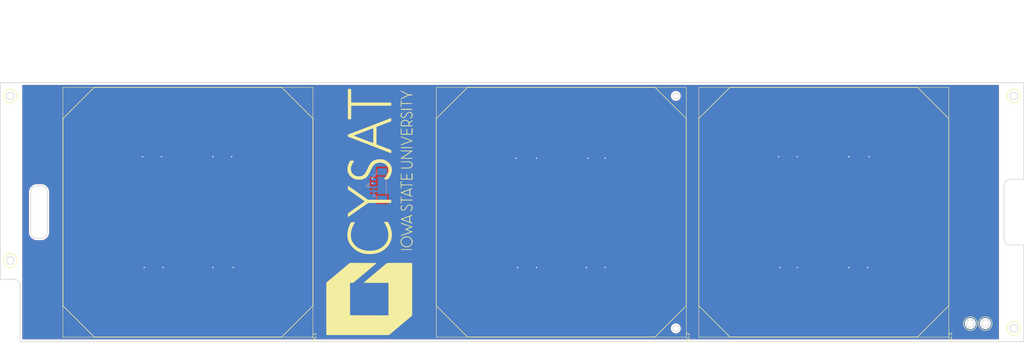
<source format=kicad_pcb>
(kicad_pcb (version 20171130) (host pcbnew 5.0.1)

  (general
    (thickness 1.6)
    (drawings 59)
    (tracks 26)
    (zones 0)
    (modules 7)
    (nets 3)
  )

  (page A3)
  (layers
    (0 F.Cu signal)
    (31 B.Cu signal)
    (32 B.Adhes user)
    (33 F.Adhes user)
    (34 B.Paste user)
    (35 F.Paste user)
    (36 B.SilkS user)
    (37 F.SilkS user)
    (38 B.Mask user)
    (39 F.Mask user)
    (40 Dwgs.User user)
    (41 Cmts.User user)
    (42 Eco1.User user)
    (43 Eco2.User user)
    (44 Edge.Cuts user)
    (45 Margin user)
    (46 B.CrtYd user)
    (47 F.CrtYd user)
    (48 B.Fab user)
    (49 F.Fab user)
  )

  (setup
    (last_trace_width 0.25)
    (trace_clearance 0.2)
    (zone_clearance 0.508)
    (zone_45_only no)
    (trace_min 0.2)
    (segment_width 0.2)
    (edge_width 0.2)
    (via_size 0.8)
    (via_drill 0.4)
    (via_min_size 0.4)
    (via_min_drill 0.3)
    (uvia_size 0.3)
    (uvia_drill 0.1)
    (uvias_allowed no)
    (uvia_min_size 0.2)
    (uvia_min_drill 0.1)
    (pcb_text_width 0.3)
    (pcb_text_size 1.5 1.5)
    (mod_edge_width 0.15)
    (mod_text_size 1 1)
    (mod_text_width 0.15)
    (pad_size 1.524 1.524)
    (pad_drill 0.762)
    (pad_to_mask_clearance 0.051)
    (solder_mask_min_width 0.25)
    (aux_axis_origin 0 0)
    (visible_elements FFFFFF7F)
    (pcbplotparams
      (layerselection 0x010fc_ffffffff)
      (usegerberextensions false)
      (usegerberattributes false)
      (usegerberadvancedattributes false)
      (creategerberjobfile false)
      (excludeedgelayer true)
      (linewidth 0.100000)
      (plotframeref false)
      (viasonmask false)
      (mode 1)
      (useauxorigin false)
      (hpglpennumber 1)
      (hpglpenspeed 20)
      (hpglpendiameter 15.000000)
      (psnegative false)
      (psa4output false)
      (plotreference true)
      (plotvalue true)
      (plotinvisibletext false)
      (padsonsilk false)
      (subtractmaskfromsilk false)
      (outputformat 1)
      (mirror false)
      (drillshape 1)
      (scaleselection 1)
      (outputdirectory ""))
  )

  (net 0 "")
  (net 1 VSS)
  (net 2 VCC)

  (net_class Default "This is the default net class."
    (clearance 0.2)
    (trace_width 0.25)
    (via_dia 0.8)
    (via_drill 0.4)
    (uvia_dia 0.3)
    (uvia_drill 0.1)
    (add_net VCC)
    (add_net VSS)
  )

  (module Connectors_Molex:Molex_PicoBlade_53398-0471_04x1.25mm_Straight (layer B.Cu) (tedit 58A3B79E) (tstamp 5C4A2A90)
    (at 157.825 125.175 270)
    (descr "Molex PicoBlade, single row, top entry type, surface mount, PN:53398-0471")
    (tags "connector molex picoblade smt")
    (path /5C3527D8)
    (attr smd)
    (fp_text reference J1 (at 0 3.25 270) (layer B.SilkS)
      (effects (font (size 1 1) (thickness 0.15)) (justify mirror))
    )
    (fp_text value Conn_01x04 (at 0 -4.25 270) (layer B.Fab)
      (effects (font (size 1 1) (thickness 0.15)) (justify mirror))
    )
    (fp_line (start -3.375 1.225) (end -3.375 -2.475) (layer B.Fab) (width 0.1))
    (fp_line (start -3.375 -2.475) (end 3.375 -2.475) (layer B.Fab) (width 0.1))
    (fp_line (start 3.375 -2.475) (end 3.375 1.225) (layer B.Fab) (width 0.1))
    (fp_line (start 3.375 1.225) (end -3.375 1.225) (layer B.Fab) (width 0.1))
    (fp_line (start 3.375 -2.475) (end 4.875 -2.475) (layer B.Fab) (width 0.1))
    (fp_line (start 4.875 -2.475) (end 4.875 0.325) (layer B.Fab) (width 0.1))
    (fp_line (start 4.875 0.325) (end 3.375 0.325) (layer B.Fab) (width 0.1))
    (fp_line (start -3.375 -2.475) (end -4.875 -2.475) (layer B.Fab) (width 0.1))
    (fp_line (start -4.875 -2.475) (end -4.875 0.325) (layer B.Fab) (width 0.1))
    (fp_line (start -4.875 0.325) (end -3.375 0.325) (layer B.Fab) (width 0.1))
    (fp_line (start 2.575 1.375) (end 3.525 1.375) (layer B.SilkS) (width 0.12))
    (fp_line (start 3.525 1.375) (end 3.525 0.475) (layer B.SilkS) (width 0.12))
    (fp_line (start 3.525 0.475) (end 5.025 0.475) (layer B.SilkS) (width 0.12))
    (fp_line (start -2.575 1.375) (end -3.525 1.375) (layer B.SilkS) (width 0.12))
    (fp_line (start -3.525 1.375) (end -3.525 0.475) (layer B.SilkS) (width 0.12))
    (fp_line (start -3.525 0.475) (end -5.025 0.475) (layer B.SilkS) (width 0.12))
    (fp_line (start -2.975 -2.625) (end 2.975 -2.625) (layer B.SilkS) (width 0.12))
    (fp_line (start -2.575 1.375) (end -2.575 2.125) (layer B.SilkS) (width 0.12))
    (fp_line (start -2.275 1.225) (end -1.875 0.425) (layer B.Fab) (width 0.1))
    (fp_line (start -1.875 0.425) (end -1.475 1.225) (layer B.Fab) (width 0.1))
    (fp_line (start -1.475 1.225) (end -2.275 1.225) (layer B.Fab) (width 0.1))
    (fp_line (start 0 2.7) (end 3.95 2.7) (layer B.CrtYd) (width 0.05))
    (fp_line (start 3.95 2.7) (end 3.95 0.9) (layer B.CrtYd) (width 0.05))
    (fp_line (start 3.95 0.9) (end 6.05 0.9) (layer B.CrtYd) (width 0.05))
    (fp_line (start 6.05 0.9) (end 6.05 -3.5) (layer B.CrtYd) (width 0.05))
    (fp_line (start 6.05 -3.5) (end 0 -3.5) (layer B.CrtYd) (width 0.05))
    (fp_line (start 0 2.7) (end -3.95 2.7) (layer B.CrtYd) (width 0.05))
    (fp_line (start -3.95 2.7) (end -3.95 0.9) (layer B.CrtYd) (width 0.05))
    (fp_line (start -3.95 0.9) (end -6.05 0.9) (layer B.CrtYd) (width 0.05))
    (fp_line (start -6.05 0.9) (end -6.05 -3.5) (layer B.CrtYd) (width 0.05))
    (fp_line (start -6.05 -3.5) (end 0 -3.5) (layer B.CrtYd) (width 0.05))
    (fp_text user %R (at 0 -1.5 270) (layer B.Fab)
      (effects (font (size 1 1) (thickness 0.15)) (justify mirror))
    )
    (pad 1 smd rect (at -1.875 1.375 270) (size 0.8 1.5) (layers B.Cu B.Paste B.Mask)
      (net 1 VSS))
    (pad 2 smd rect (at -0.625 1.375 270) (size 0.8 1.5) (layers B.Cu B.Paste B.Mask)
      (net 1 VSS))
    (pad 3 smd rect (at 0.625 1.375 270) (size 0.8 1.5) (layers B.Cu B.Paste B.Mask)
      (net 2 VCC))
    (pad 4 smd rect (at 1.875 1.375 270) (size 0.8 1.5) (layers B.Cu B.Paste B.Mask)
      (net 2 VCC))
    (pad "" smd rect (at -4.375 -1.375 270) (size 2.2 3.1) (layers B.Cu B.Paste B.Mask))
    (pad "" smd rect (at 4.375 -1.375 270) (size 2.2 3.1) (layers B.Cu B.Paste B.Mask))
    (model ${KISYS3DMOD}/Connectors_Molex.3dshapes/Molex_PicoBlade_53398-0471_04x1.25mm_Straight.wrl
      (at (xyz 0 0 0))
      (scale (xyz 1 1 1))
      (rotate (xyz 0 0 0))
    )
  )

  (module SolarPanelKicad:ISS_SolarCell (layer F.Cu) (tedit 5B3691EE) (tstamp 5C4A2CE9)
    (at 137 173.8 90)
    (path /5C35256A)
    (fp_text reference SC1 (at 0 0.5 90) (layer F.SilkS)
      (effects (font (size 1 1) (thickness 0.15)))
    )
    (fp_text value Solar_Cell (at 0 -0.5 90) (layer F.Fab)
      (effects (font (size 1 1) (thickness 0.15)))
    )
    (fp_line (start 0 0) (end 0 -80.01) (layer F.SilkS) (width 0.15))
    (fp_line (start 0 -80.01) (end 80.01 -80.01) (layer F.SilkS) (width 0.15))
    (fp_line (start 80.01 -80.01) (end 80.01 0) (layer F.SilkS) (width 0.15))
    (fp_line (start 80.01 0) (end 0 0) (layer F.SilkS) (width 0.15))
    (pad 1 smd oval (at 22.386 -51.204 270) (size 5.33 10.66) (layers F.Cu F.Paste F.Mask)
      (net 2 VCC))
    (pad 1 smd oval (at 57.555 -51.296 270) (size 5.33 10.66) (layers F.Cu F.Paste F.Mask)
      (net 2 VCC))
    (pad 2 smd oval (at 13.272 -59.794 270) (size 5.33 10.66) (layers F.Cu F.Paste F.Mask)
      (net 1 VSS))
    (pad 2 smd oval (at 39.82 -59.813 270) (size 5.33 10.66) (layers F.Cu F.Paste F.Mask)
      (net 1 VSS))
    (pad 2 smd oval (at 66.59 -59.908 270) (size 5.33 10.66) (layers F.Cu F.Paste F.Mask)
      (net 1 VSS))
    (pad 1 smd oval (at 57.539 -28.954 90) (size 5.33 10.66) (layers F.Cu F.Paste F.Mask)
      (net 2 VCC))
    (pad 1 smd oval (at 22.37 -28.862 90) (size 5.33 10.66) (layers F.Cu F.Paste F.Mask)
      (net 2 VCC))
    (pad 2 smd oval (at 66.653 -20.364 90) (size 5.33 10.66) (layers F.Cu F.Paste F.Mask)
      (net 1 VSS))
    (pad 2 smd oval (at 40.105 -20.345 90) (size 5.33 10.66) (layers F.Cu F.Paste F.Mask)
      (net 1 VSS))
    (pad 2 smd oval (at 13.335 -20.25 90) (size 5.33 10.66) (layers F.Cu F.Paste F.Mask)
      (net 1 VSS))
  )

  (module SolarPanelKicad:ISS_SolarCell (layer F.Cu) (tedit 5B3691EE) (tstamp 5C4A2AB4)
    (at 256.5 173.8 90)
    (path /5C352522)
    (fp_text reference SC2 (at 0 0.5 90) (layer F.SilkS)
      (effects (font (size 1 1) (thickness 0.15)))
    )
    (fp_text value Solar_Cell (at 0 -0.5 90) (layer F.Fab)
      (effects (font (size 1 1) (thickness 0.15)))
    )
    (fp_line (start 80.01 0) (end 0 0) (layer F.SilkS) (width 0.15))
    (fp_line (start 80.01 -80.01) (end 80.01 0) (layer F.SilkS) (width 0.15))
    (fp_line (start 0 -80.01) (end 80.01 -80.01) (layer F.SilkS) (width 0.15))
    (fp_line (start 0 0) (end 0 -80.01) (layer F.SilkS) (width 0.15))
    (pad 2 smd oval (at 13.335 -20.25 90) (size 5.33 10.66) (layers F.Cu F.Paste F.Mask)
      (net 1 VSS))
    (pad 2 smd oval (at 40.105 -20.345 90) (size 5.33 10.66) (layers F.Cu F.Paste F.Mask)
      (net 1 VSS))
    (pad 2 smd oval (at 66.653 -20.364 90) (size 5.33 10.66) (layers F.Cu F.Paste F.Mask)
      (net 1 VSS))
    (pad 1 smd oval (at 22.37 -28.862 90) (size 5.33 10.66) (layers F.Cu F.Paste F.Mask)
      (net 2 VCC))
    (pad 1 smd oval (at 57.539 -28.954 90) (size 5.33 10.66) (layers F.Cu F.Paste F.Mask)
      (net 2 VCC))
    (pad 2 smd oval (at 66.59 -59.908 270) (size 5.33 10.66) (layers F.Cu F.Paste F.Mask)
      (net 1 VSS))
    (pad 2 smd oval (at 39.82 -59.813 270) (size 5.33 10.66) (layers F.Cu F.Paste F.Mask)
      (net 1 VSS))
    (pad 2 smd oval (at 13.272 -59.794 270) (size 5.33 10.66) (layers F.Cu F.Paste F.Mask)
      (net 1 VSS))
    (pad 1 smd oval (at 57.555 -51.296 270) (size 5.33 10.66) (layers F.Cu F.Paste F.Mask)
      (net 2 VCC))
    (pad 1 smd oval (at 22.386 -51.204 270) (size 5.33 10.66) (layers F.Cu F.Paste F.Mask)
      (net 2 VCC))
  )

  (module SolarPanelKicad:ISS_SolarCell (layer F.Cu) (tedit 5B3691EE) (tstamp 5C4A2AC6)
    (at 340.5 173.8 90)
    (path /5C3524F3)
    (fp_text reference SC3 (at 0 0.5 90) (layer F.SilkS)
      (effects (font (size 1 1) (thickness 0.15)))
    )
    (fp_text value Solar_Cell (at 0 -0.5 90) (layer F.Fab)
      (effects (font (size 1 1) (thickness 0.15)))
    )
    (fp_line (start 0 0) (end 0 -80.01) (layer F.SilkS) (width 0.15))
    (fp_line (start 0 -80.01) (end 80.01 -80.01) (layer F.SilkS) (width 0.15))
    (fp_line (start 80.01 -80.01) (end 80.01 0) (layer F.SilkS) (width 0.15))
    (fp_line (start 80.01 0) (end 0 0) (layer F.SilkS) (width 0.15))
    (pad 1 smd oval (at 22.386 -51.204 270) (size 5.33 10.66) (layers F.Cu F.Paste F.Mask)
      (net 2 VCC))
    (pad 1 smd oval (at 57.555 -51.296 270) (size 5.33 10.66) (layers F.Cu F.Paste F.Mask)
      (net 2 VCC))
    (pad 2 smd oval (at 13.272 -59.794 270) (size 5.33 10.66) (layers F.Cu F.Paste F.Mask)
      (net 1 VSS))
    (pad 2 smd oval (at 39.82 -59.813 270) (size 5.33 10.66) (layers F.Cu F.Paste F.Mask)
      (net 1 VSS))
    (pad 2 smd oval (at 66.59 -59.908 270) (size 5.33 10.66) (layers F.Cu F.Paste F.Mask)
      (net 1 VSS))
    (pad 1 smd oval (at 57.539 -28.954 90) (size 5.33 10.66) (layers F.Cu F.Paste F.Mask)
      (net 2 VCC))
    (pad 1 smd oval (at 22.37 -28.862 90) (size 5.33 10.66) (layers F.Cu F.Paste F.Mask)
      (net 2 VCC))
    (pad 2 smd oval (at 66.653 -20.364 90) (size 5.33 10.66) (layers F.Cu F.Paste F.Mask)
      (net 1 VSS))
    (pad 2 smd oval (at 40.105 -20.345 90) (size 5.33 10.66) (layers F.Cu F.Paste F.Mask)
      (net 1 VSS))
    (pad 2 smd oval (at 13.335 -20.25 90) (size 5.33 10.66) (layers F.Cu F.Paste F.Mask)
      (net 1 VSS))
  )

  (module SolarPanelFoot:CySat1 (layer F.Cu) (tedit 0) (tstamp 5C3644D6)
    (at 190.5 66.04)
    (fp_text reference "" (at 0 0) (layer F.SilkS)
      (effects (font (size 1.27 1.27) (thickness 0.15)))
    )
    (fp_text value "" (at 0 0) (layer F.SilkS)
      (effects (font (size 1.27 1.27) (thickness 0.15)))
    )
  )

  (module SolarPanelFoot:CySat1 (layer F.Cu) (tedit 0) (tstamp 5C36456F)
    (at 217.932 70.612)
    (fp_text reference "" (at 0 0) (layer F.SilkS)
      (effects (font (size 1.27 1.27) (thickness 0.15)))
    )
    (fp_text value "" (at 0 0) (layer F.SilkS)
      (effects (font (size 1.27 1.27) (thickness 0.15)))
    )
  )

  (module CysatSide:CySatLogo (layer F.Cu) (tedit 0) (tstamp 5C42A6FC)
    (at 156.6 131.91 90)
    (fp_text reference "" (at 0 0 90) (layer F.SilkS)
      (effects (font (size 1.27 1.27) (thickness 0.15)))
    )
    (fp_text value "" (at 0 0 90) (layer F.SilkS)
      (effects (font (size 1.27 1.27) (thickness 0.15)))
    )
    (fp_poly (pts (xy 32.305653 -8.415771) (xy 32.859706 -8.415212) (xy 33.413059 -8.414166) (xy 33.959177 -8.412642)
      (xy 34.491527 -8.41065) (xy 35.003574 -8.408198) (xy 35.488784 -8.405296) (xy 35.940623 -8.401952)
      (xy 36.352556 -8.398175) (xy 36.71805 -8.393975) (xy 37.030569 -8.38936) (xy 37.28358 -8.38434)
      (xy 37.470549 -8.378924) (xy 37.584941 -8.373121) (xy 37.620231 -8.367889) (xy 37.636046 -8.31112)
      (xy 37.647049 -8.192153) (xy 37.653239 -8.033317) (xy 37.654615 -7.856945) (xy 37.651178 -7.685366)
      (xy 37.642927 -7.540913) (xy 37.629861 -7.445915) (xy 37.620249 -7.422445) (xy 37.57224 -7.415364)
      (xy 37.447681 -7.408305) (xy 37.25469 -7.401441) (xy 37.001382 -7.394948) (xy 36.695875 -7.388998)
      (xy 36.346286 -7.383767) (xy 35.96073 -7.379427) (xy 35.547326 -7.376153) (xy 35.429499 -7.375461)
      (xy 33.274 -7.363756) (xy 33.274 -1.033262) (xy 33.273728 -0.048514) (xy 33.272908 0.852151)
      (xy 33.271537 1.669314) (xy 33.269611 2.403558) (xy 33.267125 3.055464) (xy 33.264076 3.625614)
      (xy 33.26046 4.11459) (xy 33.256273 4.522974) (xy 33.25151 4.851347) (xy 33.246169 5.100291)
      (xy 33.240244 5.270388) (xy 33.233732 5.362219) (xy 33.230177 5.379116) (xy 33.201931 5.416074)
      (xy 33.153747 5.43998) (xy 33.069161 5.453594) (xy 32.93171 5.459678) (xy 32.742015 5.461)
      (xy 32.51963 5.45734) (xy 32.373466 5.44574) (xy 32.295371 5.42527) (xy 32.277694 5.408083)
      (xy 32.275339 5.360388) (xy 32.272926 5.232706) (xy 32.270477 5.029715) (xy 32.268014 4.756096)
      (xy 32.26556 4.416526) (xy 32.263138 4.015685) (xy 32.260768 3.558252) (xy 32.258475 3.048907)
      (xy 32.256278 2.492329) (xy 32.254202 1.893196) (xy 32.252268 1.256188) (xy 32.250499 0.585984)
      (xy 32.248916 -0.112737) (xy 32.247541 -0.835295) (xy 32.247273 -0.994833) (xy 32.236834 -7.344833)
      (xy 30.124024 -7.355816) (xy 29.585244 -7.359358) (xy 29.128374 -7.363997) (xy 28.750659 -7.369806)
      (xy 28.449349 -7.376859) (xy 28.22169 -7.38523) (xy 28.064932 -7.394993) (xy 27.976322 -7.40622)
      (xy 27.95444 -7.413916) (xy 27.925731 -7.468489) (xy 27.907601 -7.581798) (xy 27.898879 -7.763849)
      (xy 27.897667 -7.898861) (xy 27.899227 -8.098334) (xy 27.905823 -8.229834) (xy 27.920332 -8.310029)
      (xy 27.945627 -8.355586) (xy 27.980883 -8.381224) (xy 28.033665 -8.387211) (xy 28.164158 -8.392603)
      (xy 28.365828 -8.397408) (xy 28.63214 -8.401637) (xy 28.95656 -8.405297) (xy 29.332554 -8.408398)
      (xy 29.753588 -8.410949) (xy 30.213127 -8.412959) (xy 30.704637 -8.414438) (xy 31.221585 -8.415393)
      (xy 31.757435 -8.415834) (xy 32.305653 -8.415771)) (layer F.SilkS) (width 0.01))
    (fp_poly (pts (xy 23.028442 -8.33082) (xy 23.085546 -8.187768) (xy 23.143185 -8.051664) (xy 23.193736 -7.927702)
      (xy 23.252635 -7.77062) (xy 23.280474 -7.691831) (xy 23.32404 -7.57025) (xy 23.390195 -7.391772)
      (xy 23.470704 -7.178355) (xy 23.557335 -6.951958) (xy 23.57727 -6.900333) (xy 23.670299 -6.659196)
      (xy 23.765328 -6.411719) (xy 23.851891 -6.185228) (xy 23.919522 -6.007047) (xy 23.925885 -5.990167)
      (xy 23.989481 -5.822006) (xy 24.045772 -5.674481) (xy 24.084964 -5.573221) (xy 24.0917 -5.55625)
      (xy 24.140498 -5.434893) (xy 24.1683 -5.36575) (xy 24.20018 -5.283878) (xy 24.252397 -5.147108)
      (xy 24.315652 -4.979851) (xy 24.341667 -4.910667) (xy 24.420619 -4.700556) (xy 24.476477 -4.552772)
      (xy 24.515807 -4.450339) (xy 24.545175 -4.376282) (xy 24.571149 -4.313625) (xy 24.587312 -4.275667)
      (xy 24.615483 -4.205511) (xy 24.669681 -4.066589) (xy 24.745918 -3.869303) (xy 24.840206 -3.624056)
      (xy 24.948558 -3.341249) (xy 25.066988 -3.031285) (xy 25.191507 -2.704566) (xy 25.318129 -2.371494)
      (xy 25.406752 -2.137833) (xy 25.469994 -1.971547) (xy 25.525159 -1.827627) (xy 25.562766 -1.730768)
      (xy 25.56924 -1.7145) (xy 25.601666 -1.630506) (xy 25.651125 -1.498481) (xy 25.696334 -1.375833)
      (xy 25.753002 -1.223138) (xy 25.804542 -1.087973) (xy 25.833125 -1.016) (xy 25.882192 -0.894976)
      (xy 25.913664 -0.814917) (xy 25.961065 -0.693668) (xy 25.988633 -0.624417) (xy 26.020574 -0.542583)
      (xy 26.072966 -0.40588) (xy 26.136483 -0.238694) (xy 26.162694 -0.169333) (xy 26.231652 0.010763)
      (xy 26.297159 0.177256) (xy 26.348118 0.302088) (xy 26.360283 0.330336) (xy 26.410974 0.454305)
      (xy 26.46996 0.611393) (xy 26.497808 0.690169) (xy 26.541373 0.81175) (xy 26.607528 0.990228)
      (xy 26.688038 1.203645) (xy 26.774668 1.430042) (xy 26.794603 1.481667) (xy 26.887632 1.722804)
      (xy 26.982661 1.970281) (xy 27.069224 2.196772) (xy 27.136856 2.374953) (xy 27.143218 2.391833)
      (xy 27.206815 2.559994) (xy 27.263106 2.707519) (xy 27.302298 2.808779) (xy 27.309034 2.82575)
      (xy 27.371431 2.981705) (xy 27.413074 3.088625) (xy 27.445153 3.175883) (xy 27.474334 3.259667)
      (xy 27.521953 3.392288) (xy 27.567287 3.509656) (xy 27.568936 3.513667) (xy 27.615616 3.628988)
      (xy 27.645112 3.704167) (xy 27.681367 3.793395) (xy 27.735316 3.920602) (xy 27.760776 3.979333)
      (xy 27.82086 4.12526) (xy 27.890332 4.305979) (xy 27.939289 4.440624) (xy 28.007531 4.626908)
      (xy 28.089669 4.840464) (xy 28.157195 5.00874) (xy 28.228161 5.189282) (xy 28.260808 5.31437)
      (xy 28.246405 5.393673) (xy 28.176216 5.43686) (xy 28.041507 5.453603) (xy 27.833546 5.45357)
      (xy 27.757048 5.451772) (xy 27.284328 5.439833) (xy 27.215401 5.291667) (xy 27.182973 5.214992)
      (xy 27.124933 5.070529) (xy 27.045726 4.869638) (xy 26.949801 4.62368) (xy 26.841603 4.344019)
      (xy 26.725579 4.042015) (xy 26.693506 3.958167) (xy 26.513802 3.487976) (xy 26.351175 3.062601)
      (xy 26.207783 2.687679) (xy 26.085783 2.368847) (xy 25.987333 2.111742) (xy 25.914589 1.922004)
      (xy 25.86971 1.805268) (xy 25.867355 1.799167) (xy 25.826237 1.695392) (xy 25.786664 1.598083)
      (xy 25.725204 1.44797) (xy 25.671805 1.314372) (xy 25.612686 1.162436) (xy 25.556499 1.016)
      (xy 25.451246 0.740833) (xy 19.879689 0.740833) (xy 19.777298 0.994833) (xy 19.716121 1.146485)
      (xy 19.661745 1.281088) (xy 19.631957 1.354667) (xy 19.583521 1.475934) (xy 19.552336 1.55575)
      (xy 19.504965 1.677027) (xy 19.477461 1.74625) (xy 19.442665 1.836463) (xy 19.391413 1.973229)
      (xy 19.346334 2.0955) (xy 19.291739 2.243391) (xy 19.244411 2.369273) (xy 19.21924 2.434167)
      (xy 19.188795 2.511966) (xy 19.137931 2.644282) (xy 19.076129 2.80642) (xy 19.056752 2.8575)
      (xy 19.001559 3.002871) (xy 18.923172 3.208915) (xy 18.828608 3.457212) (xy 18.724883 3.729342)
      (xy 18.619013 4.006883) (xy 18.605292 4.042833) (xy 18.503115 4.310571) (xy 18.40538 4.566716)
      (xy 18.318205 4.795231) (xy 18.247708 4.980075) (xy 18.200007 5.105212) (xy 18.193486 5.122333)
      (xy 18.138486 5.258011) (xy 18.089191 5.364859) (xy 18.064229 5.408083) (xy 18.006313 5.435054)
      (xy 17.877966 5.452238) (xy 17.673488 5.460236) (xy 17.561821 5.461) (xy 17.350462 5.458831)
      (xy 17.209699 5.4511) (xy 17.125543 5.435963) (xy 17.084006 5.411583) (xy 17.075454 5.397009)
      (xy 17.076241 5.324086) (xy 17.104373 5.204496) (xy 17.136169 5.111259) (xy 17.183252 4.988804)
      (xy 17.25222 4.809425) (xy 17.334573 4.595227) (xy 17.421812 4.368315) (xy 17.441156 4.318)
      (xy 17.522484 4.106795) (xy 17.595249 3.918445) (xy 17.652944 3.769749) (xy 17.689061 3.677507)
      (xy 17.695333 3.661833) (xy 17.73089 3.571109) (xy 17.780018 3.441939) (xy 17.800705 3.386667)
      (xy 17.859787 3.233487) (xy 17.920416 3.084434) (xy 17.935959 3.048) (xy 18.009891 2.87406)
      (xy 18.065596 2.731836) (xy 18.118667 2.582333) (xy 18.163111 2.457996) (xy 18.202569 2.355473)
      (xy 18.205049 2.3495) (xy 18.231721 2.281997) (xy 18.282162 2.15095) (xy 18.35037 1.972072)
      (xy 18.430345 1.761081) (xy 18.479889 1.629833) (xy 18.570091 1.3911) (xy 18.671294 1.124229)
      (xy 18.777566 0.844761) (xy 18.882978 0.568237) (xy 18.981596 0.310199) (xy 19.067492 0.086188)
      (xy 19.134733 -0.088255) (xy 19.174584 -0.1905) (xy 19.229778 -0.328997) (xy 20.306731 -0.328997)
      (xy 20.30711 -0.328083) (xy 20.351576 -0.322168) (xy 20.473019 -0.31661) (xy 20.66375 -0.311514)
      (xy 20.916079 -0.306982) (xy 21.222317 -0.303118) (xy 21.574776 -0.300026) (xy 21.965765 -0.297807)
      (xy 22.387596 -0.296567) (xy 22.671999 -0.296333) (xy 23.187854 -0.296619) (xy 23.625076 -0.297574)
      (xy 23.989696 -0.299347) (xy 24.287746 -0.302087) (xy 24.525258 -0.305943) (xy 24.708263 -0.311064)
      (xy 24.842793 -0.317598) (xy 24.93488 -0.325693) (xy 24.990554 -0.335499) (xy 25.015849 -0.347164)
      (xy 25.019 -0.354188) (xy 25.004322 -0.423381) (xy 24.966461 -0.541114) (xy 24.92979 -0.639938)
      (xy 24.874688 -0.781145) (xy 24.828241 -0.900936) (xy 24.808454 -0.9525) (xy 24.766537 -1.059241)
      (xy 24.732458 -1.143) (xy 24.694385 -1.239524) (xy 24.640725 -1.381093) (xy 24.595667 -1.502833)
      (xy 24.540178 -1.653086) (xy 24.491094 -1.783563) (xy 24.46454 -1.852083) (xy 24.417543 -1.969365)
      (xy 24.384 -2.053167) (xy 24.33297 -2.180743) (xy 24.299334 -2.264833) (xy 24.250685 -2.38635)
      (xy 24.218794 -2.465917) (xy 24.183999 -2.55613) (xy 24.132746 -2.692896) (xy 24.087667 -2.815167)
      (xy 24.030999 -2.967862) (xy 23.979458 -3.103027) (xy 23.950876 -3.175) (xy 23.920687 -3.248344)
      (xy 23.891013 -3.322131) (xy 23.856519 -3.410223) (xy 23.811868 -3.526476) (xy 23.751725 -3.684752)
      (xy 23.670754 -3.898909) (xy 23.600455 -4.085167) (xy 23.516374 -4.307582) (xy 23.440671 -4.507029)
      (xy 23.379332 -4.667798) (xy 23.338344 -4.77418) (xy 23.326228 -4.804833) (xy 23.29355 -4.888835)
      (xy 23.243917 -5.020873) (xy 23.198667 -5.1435) (xy 23.141999 -5.296195) (xy 23.090458 -5.431361)
      (xy 23.061876 -5.503333) (xy 23.012808 -5.624358) (xy 22.981336 -5.704417) (xy 22.933884 -5.825618)
      (xy 22.90621 -5.894917) (xy 22.87135 -5.983354) (xy 22.818464 -6.119813) (xy 22.764987 -6.259115)
      (xy 22.662221 -6.528064) (xy 22.608672 -6.386115) (xy 22.561943 -6.263847) (xy 22.522369 -6.162816)
      (xy 22.521037 -6.1595) (xy 22.485585 -6.069217) (xy 22.420717 -5.901475) (xy 22.327083 -5.657965)
      (xy 22.20533 -5.340378) (xy 22.056108 -4.950404) (xy 21.880065 -4.489733) (xy 21.822565 -4.339167)
      (xy 21.648454 -3.88331) (xy 21.502559 -3.501608) (xy 21.382974 -3.189092) (xy 21.287792 -2.94079)
      (xy 21.215108 -2.751731) (xy 21.163014 -2.616945) (xy 21.129604 -2.53146) (xy 21.120358 -2.50825)
      (xy 21.071492 -2.386906) (xy 21.043643 -2.31775) (xy 21.013251 -2.240279) (xy 20.960685 -2.104329)
      (xy 20.893905 -1.930545) (xy 20.835539 -1.778) (xy 20.745943 -1.543967) (xy 20.641267 -1.271443)
      (xy 20.53706 -1.000868) (xy 20.477509 -0.846667) (xy 20.40677 -0.657783) (xy 20.351163 -0.497694)
      (xy 20.316034 -0.382674) (xy 20.306731 -0.328997) (xy 19.229778 -0.328997) (xy 19.258004 -0.399822)
      (xy 19.326593 -0.566875) (xy 19.346334 -0.613833) (xy 19.41827 -0.789729) (xy 19.481398 -0.959897)
      (xy 19.515667 -1.058333) (xy 19.582565 -1.246878) (xy 19.647428 -1.412688) (xy 19.685 -1.502833)
      (xy 19.709012 -1.559842) (xy 19.730611 -1.612244) (xy 19.755367 -1.674347) (xy 19.788851 -1.760456)
      (xy 19.836634 -1.884877) (xy 19.904286 -2.061916) (xy 19.981718 -2.264833) (xy 20.063963 -2.480164)
      (xy 20.146415 -2.695637) (xy 20.217983 -2.882293) (xy 20.257287 -2.9845) (xy 20.313689 -3.131439)
      (xy 20.389033 -3.328559) (xy 20.472253 -3.546876) (xy 20.53207 -3.704167) (xy 20.605672 -3.897459)
      (xy 20.671446 -4.069325) (xy 20.721733 -4.199805) (xy 20.747309 -4.265083) (xy 20.796203 -4.386401)
      (xy 20.824112 -4.455583) (xy 20.858028 -4.541674) (xy 20.910988 -4.67831) (xy 20.971917 -4.83691)
      (xy 20.97584 -4.847167) (xy 21.039946 -5.012591) (xy 21.100066 -5.163898) (xy 21.143406 -5.268899)
      (xy 21.144098 -5.2705) (xy 21.197888 -5.403241) (xy 21.250371 -5.544887) (xy 21.250642 -5.545667)
      (xy 21.295326 -5.669883) (xy 21.33453 -5.772382) (xy 21.337024 -5.7785) (xy 21.35891 -5.833685)
      (xy 21.398597 -5.936315) (xy 21.457925 -6.091226) (xy 21.538737 -6.303254) (xy 21.642873 -6.577234)
      (xy 21.772176 -6.918004) (xy 21.928487 -7.330398) (xy 22.030173 -7.598833) (xy 22.135229 -7.877477)
      (xy 22.215771 -8.08749) (xy 22.279167 -8.23868) (xy 22.332785 -8.34085) (xy 22.383993 -8.403807)
      (xy 22.44016 -8.437354) (xy 22.508654 -8.451296) (xy 22.596844 -8.45544) (xy 22.675685 -8.45782)
      (xy 22.97529 -8.47014) (xy 23.028442 -8.33082)) (layer F.SilkS) (width 0.01))
    (fp_poly (pts (xy -2.6467 -8.421362) (xy -2.476695 -8.41536) (xy -2.353743 -8.406744) (xy -2.307166 -8.399607)
      (xy -2.253556 -8.357897) (xy -2.163424 -8.259147) (xy -2.047685 -8.116445) (xy -1.917257 -7.942879)
      (xy -1.862666 -7.86668) (xy -1.630895 -7.538639) (xy -1.442226 -7.271707) (xy -1.290946 -7.057817)
      (xy -1.171341 -6.888903) (xy -1.077697 -6.756897) (xy -1.004301 -6.653733) (xy -0.945437 -6.571342)
      (xy -0.923321 -6.5405) (xy -0.841796 -6.425279) (xy -0.732699 -6.268886) (xy -0.616102 -6.100141)
      (xy -0.584203 -6.053667) (xy -0.485086 -5.911054) (xy -0.40288 -5.796545) (xy -0.34993 -5.727169)
      (xy -0.338666 -5.715) (xy -0.303738 -5.672675) (xy -0.233805 -5.577196) (xy -0.141204 -5.445606)
      (xy -0.093498 -5.376333) (xy -0.000053 -5.241089) (xy 0.124855 -5.062285) (xy 0.273171 -4.851261)
      (xy 0.436843 -4.61936) (xy 0.607814 -4.37792) (xy 0.77803 -4.138281) (xy 0.939437 -3.911786)
      (xy 1.083981 -3.709773) (xy 1.203607 -3.543582) (xy 1.29026 -3.424556) (xy 1.334699 -3.3655)
      (xy 1.407628 -3.265049) (xy 1.472473 -3.164417) (xy 1.534947 -3.083435) (xy 1.589832 -3.048059)
      (xy 1.591437 -3.048) (xy 1.632617 -3.081027) (xy 1.710311 -3.171364) (xy 1.814038 -3.3059)
      (xy 1.933312 -3.47152) (xy 1.955253 -3.503083) (xy 2.103092 -3.715816) (xy 2.279075 -3.967353)
      (xy 2.462103 -4.227622) (xy 2.631078 -4.466554) (xy 2.645835 -4.487333) (xy 2.801426 -4.707089)
      (xy 2.96267 -4.936109) (xy 3.112517 -5.150099) (xy 3.233918 -5.324765) (xy 3.254884 -5.355167)
      (xy 3.357257 -5.502437) (xy 3.442288 -5.622041) (xy 3.498266 -5.697646) (xy 3.512922 -5.715)
      (xy 3.546108 -5.757515) (xy 3.624158 -5.86566) (xy 3.744104 -6.035201) (xy 3.90298 -6.261907)
      (xy 4.097819 -6.541545) (xy 4.325654 -6.869881) (xy 4.566352 -7.217833) (xy 4.669224 -7.365057)
      (xy 4.754965 -7.484639) (xy 4.81176 -7.560263) (xy 4.82692 -7.577667) (xy 4.861713 -7.620705)
      (xy 4.929892 -7.715634) (xy 5.018103 -7.843747) (xy 5.038517 -7.874) (xy 5.13401 -8.012857)
      (xy 5.217249 -8.128253) (xy 5.272427 -8.19838) (xy 5.277822 -8.204173) (xy 5.346776 -8.290467)
      (xy 5.372345 -8.331173) (xy 5.401121 -8.361672) (xy 5.457012 -8.383382) (xy 5.553967 -8.398338)
      (xy 5.705937 -8.408578) (xy 5.926871 -8.416138) (xy 5.960169 -8.417) (xy 6.187855 -8.421516)
      (xy 6.344787 -8.420649) (xy 6.444785 -8.41306) (xy 6.501664 -8.397409) (xy 6.529243 -8.372359)
      (xy 6.534445 -8.361349) (xy 6.54118 -8.342395) (xy 6.542994 -8.32162) (xy 6.535594 -8.292449)
      (xy 6.514686 -8.248304) (xy 6.475978 -8.182609) (xy 6.415177 -8.088788) (xy 6.32799 -7.960263)
      (xy 6.210124 -7.790459) (xy 6.057286 -7.572798) (xy 5.865184 -7.300705) (xy 5.629524 -6.967602)
      (xy 5.56694 -6.879167) (xy 5.378218 -6.612094) (xy 5.19323 -6.349584) (xy 5.0214 -6.105068)
      (xy 4.872156 -5.891977) (xy 4.754924 -5.72374) (xy 4.690427 -5.630333) (xy 4.591577 -5.487751)
      (xy 4.509947 -5.373256) (xy 4.457771 -5.303864) (xy 4.446899 -5.291667) (xy 4.412949 -5.248742)
      (xy 4.333364 -5.138893) (xy 4.21025 -4.96512) (xy 4.045712 -4.730424) (xy 3.841856 -4.437805)
      (xy 3.600787 -4.090264) (xy 3.392315 -3.788833) (xy 3.289486 -3.641618) (xy 3.203848 -3.52204)
      (xy 3.147197 -3.446413) (xy 3.13213 -3.429) (xy 3.096121 -3.384881) (xy 3.029479 -3.292051)
      (xy 2.963899 -3.196167) (xy 2.885614 -3.081771) (xy 2.77206 -2.918774) (xy 2.637368 -2.727334)
      (xy 2.49567 -2.527609) (xy 2.469276 -2.490605) (xy 2.116667 -1.99671) (xy 2.116667 1.650261)
      (xy 2.116149 2.402142) (xy 2.114594 3.069403) (xy 2.112002 3.652082) (xy 2.108372 4.150221)
      (xy 2.103704 4.563859) (xy 2.097997 4.893036) (xy 2.091252 5.137791) (xy 2.083467 5.298164)
      (xy 2.074641 5.374196) (xy 2.072844 5.379116) (xy 2.044275 5.416382) (xy 1.995484 5.44036)
      (xy 1.909827 5.453893) (xy 1.770661 5.45982) (xy 1.593066 5.461) (xy 1.408719 5.458414)
      (xy 1.257113 5.451437) (xy 1.157464 5.441235) (xy 1.128889 5.432778) (xy 1.12466 5.38716)
      (xy 1.120624 5.263028) (xy 1.116826 5.06653) (xy 1.113314 4.80382) (xy 1.110135 4.481046)
      (xy 1.107335 4.104361) (xy 1.104963 3.679915) (xy 1.103064 3.21386) (xy 1.101686 2.712346)
      (xy 1.100875 2.181524) (xy 1.100667 1.736129) (xy 1.100667 -1.932297) (xy 0.805545 -2.352565)
      (xy 0.688152 -2.519144) (xy 0.586764 -2.661905) (xy 0.512226 -2.765653) (xy 0.475403 -2.815167)
      (xy 0.436162 -2.868836) (xy 0.364118 -2.97242) (xy 0.273491 -3.105426) (xy 0.255119 -3.132667)
      (xy 0.164224 -3.265469) (xy 0.090495 -3.369149) (xy 0.047293 -3.425015) (xy 0.043254 -3.429)
      (xy 0.009127 -3.470966) (xy -0.06093 -3.566534) (xy -0.155103 -3.69939) (xy -0.217315 -3.788833)
      (xy -0.479112 -4.167244) (xy -0.708159 -4.497209) (xy -0.901887 -4.775064) (xy -1.057728 -4.997147)
      (xy -1.173112 -5.159797) (xy -1.245472 -5.25935) (xy -1.271282 -5.291667) (xy -1.306944 -5.335722)
      (xy -1.373481 -5.428422) (xy -1.4394 -5.5245) (xy -1.513842 -5.633099) (xy -1.62505 -5.792978)
      (xy -1.760658 -5.986466) (xy -1.908298 -6.195891) (xy -1.987454 -6.307667) (xy -2.128154 -6.506052)
      (xy -2.255641 -6.685889) (xy -2.360096 -6.833319) (xy -2.4317 -6.934485) (xy -2.455848 -6.968689)
      (xy -2.505857 -7.039825) (xy -2.591242 -7.161343) (xy -2.698722 -7.314336) (xy -2.783024 -7.434355)
      (xy -2.915045 -7.622257) (xy -3.050995 -7.815647) (xy -3.170173 -7.985078) (xy -3.220233 -8.056196)
      (xy -3.312441 -8.195549) (xy -3.356691 -8.294678) (xy -3.346047 -8.360319) (xy -3.273576 -8.399205)
      (xy -3.132342 -8.418072) (xy -2.91541 -8.423654) (xy -2.841733 -8.423755) (xy -2.6467 -8.421362)) (layer F.SilkS) (width 0.01))
    (fp_poly (pts (xy 12.394901 -8.52876) (xy 12.791365 -8.470132) (xy 13.159285 -8.379941) (xy 13.356167 -8.311664)
      (xy 13.483879 -8.261346) (xy 13.590703 -8.219362) (xy 13.610167 -8.211736) (xy 13.814858 -8.124877)
      (xy 14.026713 -8.023535) (xy 14.228026 -7.917427) (xy 14.401088 -7.816268) (xy 14.528194 -7.729771)
      (xy 14.585819 -7.676452) (xy 14.613435 -7.599403) (xy 14.63355 -7.46364) (xy 14.64622 -7.288)
      (xy 14.651499 -7.091319) (xy 14.649441 -6.892433) (xy 14.640102 -6.710179) (xy 14.623536 -6.563393)
      (xy 14.599797 -6.470911) (xy 14.582257 -6.449371) (xy 14.503159 -6.455632) (xy 14.44134 -6.493033)
      (xy 14.372251 -6.546202) (xy 14.337516 -6.561667) (xy 14.291095 -6.582983) (xy 14.192738 -6.639579)
      (xy 14.061387 -6.720425) (xy 14.02335 -6.744581) (xy 13.7169 -6.924024) (xy 13.38568 -7.090039)
      (xy 13.062144 -7.227264) (xy 12.848167 -7.300821) (xy 12.695938 -7.347674) (xy 12.563822 -7.390439)
      (xy 12.496925 -7.413813) (xy 12.413325 -7.429813) (xy 12.269291 -7.442307) (xy 12.089037 -7.449551)
      (xy 11.984969 -7.450667) (xy 11.704866 -7.43972) (xy 11.458575 -7.401853) (xy 11.215558 -7.32953)
      (xy 10.94528 -7.215211) (xy 10.854151 -7.171518) (xy 10.613706 -7.018734) (xy 10.371571 -6.802385)
      (xy 10.143855 -6.541681) (xy 9.946664 -6.255834) (xy 9.796108 -5.964052) (xy 9.757091 -5.863167)
      (xy 9.668619 -5.52785) (xy 9.620134 -5.159137) (xy 9.611839 -4.782268) (xy 9.643939 -4.422485)
      (xy 9.716637 -4.105029) (xy 9.742324 -4.03225) (xy 9.874037 -3.743246) (xy 10.034536 -3.47486)
      (xy 10.209022 -3.249405) (xy 10.353061 -3.1115) (xy 10.46002 -3.024694) (xy 10.544263 -2.952475)
      (xy 10.566631 -2.931583) (xy 10.636066 -2.885438) (xy 10.664976 -2.878667) (xy 10.708499 -2.848232)
      (xy 10.710334 -2.836333) (xy 10.741947 -2.795224) (xy 10.751845 -2.794) (xy 10.807385 -2.773053)
      (xy 10.909978 -2.718591) (xy 11.016428 -2.655242) (xy 11.179188 -2.561113) (xy 11.372003 -2.459605)
      (xy 11.514667 -2.390658) (xy 11.652053 -2.324532) (xy 11.755163 -2.268688) (xy 11.803138 -2.234487)
      (xy 11.803945 -2.233083) (xy 11.852687 -2.203014) (xy 11.870105 -2.201333) (xy 11.941993 -2.181718)
      (xy 12.07425 -2.127442) (xy 12.253457 -2.045364) (xy 12.466197 -1.942341) (xy 12.699049 -1.825233)
      (xy 12.938596 -1.700896) (xy 13.171419 -1.576188) (xy 13.384098 -1.457968) (xy 13.563215 -1.353093)
      (xy 13.694834 -1.268779) (xy 13.853599 -1.143585) (xy 14.030504 -0.980114) (xy 14.206911 -0.798154)
      (xy 14.36418 -0.617494) (xy 14.483672 -0.457922) (xy 14.527134 -0.385159) (xy 14.574931 -0.298852)
      (xy 14.605504 -0.254) (xy 14.645059 -0.192523) (xy 14.704907 -0.073321) (xy 14.775472 0.08211)
      (xy 14.847179 0.252271) (xy 14.910452 0.415666) (xy 14.935505 0.486833) (xy 15.004345 0.755249)
      (xy 15.053492 1.079286) (xy 15.082877 1.438761) (xy 15.092428 1.813489) (xy 15.082077 2.183284)
      (xy 15.051751 2.527962) (xy 15.001382 2.827338) (xy 14.944347 3.026833) (xy 14.911253 3.121597)
      (xy 14.868613 3.249866) (xy 14.858588 3.280833) (xy 14.686632 3.695489) (xy 14.443431 4.106507)
      (xy 14.141398 4.497209) (xy 13.792947 4.850915) (xy 13.529867 5.066225) (xy 13.369179 5.175125)
      (xy 13.186171 5.282961) (xy 13.001261 5.379433) (xy 12.834866 5.454244) (xy 12.707404 5.497098)
      (xy 12.66318 5.503333) (xy 12.576875 5.523785) (xy 12.549717 5.541562) (xy 12.486445 5.566481)
      (xy 12.360084 5.592035) (xy 12.190017 5.616471) (xy 11.995627 5.638037) (xy 11.796299 5.65498)
      (xy 11.611416 5.665547) (xy 11.460361 5.667987) (xy 11.362519 5.660545) (xy 11.337913 5.651135)
      (xy 11.283873 5.630057) (xy 11.174097 5.604936) (xy 11.084689 5.589459) (xy 10.863062 5.547322)
      (xy 10.623331 5.488652) (xy 10.399621 5.422624) (xy 10.227318 5.358964) (xy 9.798351 5.154769)
      (xy 9.40477 4.934952) (xy 9.062782 4.709308) (xy 8.79475 4.493281) (xy 8.678334 4.386826)
      (xy 8.678334 3.759746) (xy 8.678953 3.517292) (xy 8.681915 3.346872) (xy 8.688875 3.235856)
      (xy 8.701486 3.171614) (xy 8.721406 3.141517) (xy 8.750287 3.132934) (xy 8.760502 3.132667)
      (xy 8.840869 3.15112) (xy 8.867572 3.172958) (xy 8.916038 3.221171) (xy 9.019203 3.306283)
      (xy 9.16203 3.417178) (xy 9.329482 3.542742) (xy 9.506524 3.671857) (xy 9.678119 3.793409)
      (xy 9.829229 3.896282) (xy 9.944819 3.969361) (xy 9.94517 3.969567) (xy 10.294207 4.164318)
      (xy 10.597926 4.309681) (xy 10.874707 4.412044) (xy 11.142928 4.477798) (xy 11.42097 4.513331)
      (xy 11.528661 4.520034) (xy 11.75174 4.522771) (xy 11.972619 4.51184) (xy 12.173303 4.4896)
      (xy 12.335794 4.458406) (xy 12.442096 4.420616) (xy 12.470904 4.396619) (xy 12.528018 4.364078)
      (xy 12.559539 4.360333) (xy 12.639721 4.332895) (xy 12.763425 4.25918) (xy 12.91362 4.152085)
      (xy 13.073274 4.024507) (xy 13.225356 3.889342) (xy 13.352479 3.759886) (xy 13.498292 3.566416)
      (xy 13.646895 3.318275) (xy 13.784193 3.043761) (xy 13.896092 2.771171) (xy 13.968496 2.528799)
      (xy 13.970647 2.518833) (xy 14.005152 2.275584) (xy 14.020209 1.986749) (xy 14.016303 1.683802)
      (xy 13.993916 1.398216) (xy 13.953535 1.161463) (xy 13.949509 1.145449) (xy 13.798633 0.699073)
      (xy 13.590424 0.311289) (xy 13.31935 -0.026282) (xy 12.981243 -0.32101) (xy 12.72706 -0.493811)
      (xy 12.424841 -0.675254) (xy 12.106834 -0.847095) (xy 11.805289 -0.991093) (xy 11.768667 -1.00695)
      (xy 11.613199 -1.076505) (xy 11.412163 -1.171058) (xy 11.182374 -1.282209) (xy 10.940646 -1.401557)
      (xy 10.703792 -1.520703) (xy 10.488628 -1.631246) (xy 10.311966 -1.724788) (xy 10.190622 -1.792927)
      (xy 10.169761 -1.805729) (xy 10.04728 -1.879999) (xy 9.952245 -1.931273) (xy 9.910045 -1.947333)
      (xy 9.859102 -1.976837) (xy 9.765956 -2.056093) (xy 9.644253 -2.171218) (xy 9.507639 -2.308328)
      (xy 9.369758 -2.453541) (xy 9.244257 -2.592974) (xy 9.144781 -2.712742) (xy 9.105945 -2.76544)
      (xy 8.961335 -3.007087) (xy 8.822799 -3.291791) (xy 8.70665 -3.582859) (xy 8.632066 -3.831167)
      (xy 8.603956 -4.008341) (xy 8.585033 -4.262343) (xy 8.575143 -4.595931) (xy 8.573495 -4.868333)
      (xy 8.577635 -5.216644) (xy 8.591623 -5.500368) (xy 8.619286 -5.73937) (xy 8.66445 -5.953515)
      (xy 8.730943 -6.162671) (xy 8.822592 -6.3867) (xy 8.897374 -6.549509) (xy 9.158877 -7.009118)
      (xy 9.486374 -7.429189) (xy 9.869207 -7.799936) (xy 10.296716 -8.111577) (xy 10.758244 -8.354328)
      (xy 10.943167 -8.427499) (xy 11.244025 -8.505194) (xy 11.600252 -8.547298) (xy 11.99087 -8.554818)
      (xy 12.394901 -8.52876)) (layer F.SilkS) (width 0.01))
    (fp_poly (pts (xy -8.826721 -8.557585) (xy -8.548131 -8.54731) (xy -8.314445 -8.530645) (xy -8.170333 -8.512022)
      (xy -7.776843 -8.438719) (xy -7.460566 -8.37184) (xy -7.214444 -8.309649) (xy -7.03142 -8.250409)
      (xy -6.932658 -8.207555) (xy -6.836676 -8.175341) (xy -6.7945 -8.170333) (xy -6.702701 -8.150797)
      (xy -6.656342 -8.13063) (xy -6.582648 -8.097643) (xy -6.454393 -8.046409) (xy -6.296826 -7.98695)
      (xy -6.265333 -7.975431) (xy -6.08713 -7.904605) (xy -5.868433 -7.808921) (xy -5.643328 -7.703598)
      (xy -5.5245 -7.644718) (xy -5.101166 -7.4295) (xy -5.089415 -6.82537) (xy -5.08578 -6.563609)
      (xy -5.09022 -6.37839) (xy -5.108087 -6.261634) (xy -5.144734 -6.20526) (xy -5.205514 -6.201187)
      (xy -5.295778 -6.241336) (xy -5.42088 -6.317626) (xy -5.424311 -6.319806) (xy -5.608919 -6.427889)
      (xy -5.849089 -6.555205) (xy -6.121393 -6.690507) (xy -6.402402 -6.822551) (xy -6.668688 -6.94009)
      (xy -6.896822 -7.03188) (xy -6.942666 -7.048605) (xy -7.155848 -7.124002) (xy -7.307018 -7.176199)
      (xy -7.413794 -7.210763) (xy -7.493795 -7.23326) (xy -7.564637 -7.249259) (xy -7.598833 -7.255937)
      (xy -7.697211 -7.276183) (xy -7.850889 -7.309575) (xy -8.03268 -7.350167) (xy -8.106833 -7.367011)
      (xy -8.384675 -7.414721) (xy -8.712743 -7.445937) (xy -9.068106 -7.460671) (xy -9.427835 -7.458936)
      (xy -9.769001 -7.440744) (xy -10.068674 -7.406107) (xy -10.265833 -7.36585) (xy -10.443541 -7.318753)
      (xy -10.606318 -7.275897) (xy -10.723669 -7.245304) (xy -10.73852 -7.241487) (xy -10.982732 -7.155387)
      (xy -11.265223 -7.016926) (xy -11.568591 -6.837521) (xy -11.875431 -6.62859) (xy -12.168341 -6.401551)
      (xy -12.429917 -6.167821) (xy -12.530666 -6.06573) (xy -12.698541 -5.886747) (xy -12.823354 -5.749603)
      (xy -12.920606 -5.63499) (xy -13.005794 -5.523599) (xy -13.094421 -5.396122) (xy -13.201984 -5.233251)
      (xy -13.215303 -5.212857) (xy -13.47932 -4.767367) (xy -13.700727 -4.300631) (xy -13.884809 -3.797941)
      (xy -14.036849 -3.244594) (xy -14.162132 -2.625884) (xy -14.17752 -2.535119) (xy -14.193721 -2.389555)
      (xy -14.206432 -2.180632) (xy -14.215584 -1.926055) (xy -14.221107 -1.643529) (xy -14.22293 -1.350761)
      (xy -14.220983 -1.065455) (xy -14.215197 -0.805318) (xy -14.2055 -0.588054) (xy -14.191824 -0.431369)
      (xy -14.186 -0.393667) (xy -14.15831 -0.241855) (xy -14.124607 -0.051859) (xy -14.097243 0.105833)
      (xy -13.994922 0.564373) (xy -13.84623 1.036357) (xy -13.659506 1.503674) (xy -13.443089 1.948213)
      (xy -13.20532 2.351864) (xy -12.954537 2.696516) (xy -12.848166 2.818423) (xy -12.795361 2.876777)
      (xy -12.712739 2.969489) (xy -12.677835 3.008923) (xy -12.525836 3.165665) (xy -12.329851 3.34624)
      (xy -12.115053 3.529221) (xy -11.906619 3.69318) (xy -11.729721 3.816689) (xy -11.726333 3.818815)
      (xy -11.566294 3.9132) (xy -11.38351 4.012087) (xy -11.19639 4.106574) (xy -11.023343 4.187756)
      (xy -10.882779 4.24673) (xy -10.793106 4.274594) (xy -10.781713 4.275667) (xy -10.707341 4.299482)
      (xy -10.689166 4.318) (xy -10.630846 4.350701) (xy -10.559094 4.360333) (xy -10.445707 4.376303)
      (xy -10.381675 4.399613) (xy -10.254641 4.442446) (xy -10.059505 4.477036) (xy -9.812476 4.502916)
      (xy -9.529761 4.519619) (xy -9.227569 4.526677) (xy -8.922107 4.523625) (xy -8.629582 4.509994)
      (xy -8.366203 4.485318) (xy -8.212666 4.462109) (xy -8.024868 4.428521) (xy -7.84869 4.398364)
      (xy -7.716027 4.377063) (xy -7.693818 4.373817) (xy -7.584708 4.350062) (xy -7.517185 4.319866)
      (xy -7.511403 4.313528) (xy -7.454977 4.283343) (xy -7.393135 4.275667) (xy -7.299742 4.26104)
      (xy -7.25805 4.24033) (xy -7.197315 4.20703) (xy -7.085907 4.160473) (xy -7.006166 4.131209)
      (xy -6.85013 4.076158) (xy -6.727996 4.030541) (xy -6.60878 3.981955) (xy -6.461496 3.917995)
      (xy -6.350533 3.868758) (xy -6.211802 3.803026) (xy -6.029265 3.71107) (xy -5.823803 3.604022)
      (xy -5.616301 3.493016) (xy -5.42764 3.389184) (xy -5.278704 3.303659) (xy -5.207 3.259139)
      (xy -5.114081 3.204279) (xy -5.046977 3.188366) (xy -5.001555 3.219933) (xy -4.97368 3.307512)
      (xy -4.959218 3.459638) (xy -4.954034 3.684842) (xy -4.953648 3.78207) (xy -4.954067 3.995293)
      (xy -4.958173 4.141014) (xy -4.969261 4.236395) (xy -4.990626 4.298597) (xy -5.025561 4.344785)
      (xy -5.069416 4.385174) (xy -5.186758 4.470549) (xy -5.365569 4.579308) (xy -5.5889 4.702918)
      (xy -5.839799 4.832847) (xy -6.101318 4.960562) (xy -6.356506 5.07753) (xy -6.588411 5.175219)
      (xy -6.773333 5.242919) (xy -7.052107 5.330922) (xy -7.279282 5.396504) (xy -7.482343 5.447476)
      (xy -7.535333 5.459467) (xy -7.697708 5.49627) (xy -7.851969 5.532568) (xy -7.916333 5.548352)
      (xy -8.04205 5.572133) (xy -8.219953 5.595326) (xy -8.434162 5.616969) (xy -8.668796 5.636093)
      (xy -8.907974 5.651736) (xy -9.135815 5.662931) (xy -9.336439 5.668713) (xy -9.493966 5.668118)
      (xy -9.592514 5.660179) (xy -9.616532 5.65169) (xy -9.669258 5.633673) (xy -9.782953 5.611549)
      (xy -9.934352 5.589747) (xy -9.954904 5.58725) (xy -10.287727 5.540068) (xy -10.58288 5.479545)
      (xy -10.879666 5.398395) (xy -11.023962 5.354966) (xy -11.145691 5.318342) (xy -11.197166 5.302865)
      (xy -11.282192 5.26874) (xy -11.418465 5.204874) (xy -11.586829 5.121243) (xy -11.768132 5.027823)
      (xy -11.943218 4.93459) (xy -12.092935 4.851519) (xy -12.198126 4.788587) (xy -12.233834 4.762952)
      (xy -12.302822 4.711989) (xy -12.336375 4.699) (xy -12.39402 4.671259) (xy -12.499991 4.595076)
      (xy -12.641897 4.481015) (xy -12.807343 4.339637) (xy -12.983935 4.181505) (xy -13.15928 4.01718)
      (xy -13.305016 3.8735) (xy -13.794979 3.318773) (xy -14.216623 2.718146) (xy -14.570883 2.069644)
      (xy -14.858692 1.37129) (xy -15.080984 0.621111) (xy -15.238694 -0.182871) (xy -15.246118 -0.232833)
      (xy -15.272828 -0.484992) (xy -15.290666 -0.799791) (xy -15.299792 -1.155692) (xy -15.300366 -1.531151)
      (xy -15.292548 -1.904627) (xy -15.276498 -2.254579) (xy -15.252376 -2.559464) (xy -15.227377 -2.75643)
      (xy -15.187648 -2.982029) (xy -15.137954 -3.230114) (xy -15.082718 -3.481829) (xy -15.026362 -3.718317)
      (xy -14.973305 -3.920721) (xy -14.92797 -4.070184) (xy -14.905906 -4.1275) (xy -14.873579 -4.204071)
      (xy -14.820427 -4.336231) (xy -14.755849 -4.500482) (xy -14.728115 -4.572) (xy -14.65608 -4.751738)
      (xy -14.585075 -4.917489) (xy -14.52719 -5.041372) (xy -14.512414 -5.069417) (xy -14.397227 -5.274176)
      (xy -14.305378 -5.431934) (xy -14.220079 -5.570245) (xy -14.124542 -5.716661) (xy -14.053596 -5.82242)
      (xy -13.63093 -6.387162) (xy -13.163129 -6.898956) (xy -12.658839 -7.350092) (xy -12.126708 -7.732859)
      (xy -11.575385 -8.039548) (xy -11.557 -8.048266) (xy -11.411239 -8.117047) (xy -11.290261 -8.174215)
      (xy -11.21954 -8.20773) (xy -11.218333 -8.208306) (xy -11.108317 -8.25117) (xy -10.939478 -8.305979)
      (xy -10.73558 -8.36603) (xy -10.520388 -8.424617) (xy -10.317666 -8.475038) (xy -10.151178 -8.510589)
      (xy -10.138833 -8.512821) (xy -9.959036 -8.534622) (xy -9.716372 -8.54999) (xy -9.432395 -8.558934)
      (xy -9.12866 -8.561463) (xy -8.826721 -8.557585)) (layer F.SilkS) (width 0.01))
    (fp_poly (pts (xy -23.978817 -14.766788) (xy -23.823738 -14.580109) (xy -23.685684 -14.414523) (xy -23.574476 -14.281766)
      (xy -23.499938 -14.19357) (xy -23.473833 -14.163538) (xy -23.431015 -14.114375) (xy -23.346583 -14.014994)
      (xy -23.233095 -13.880244) (xy -23.114 -13.738021) (xy -22.978563 -13.575971) (xy -22.854576 -13.427817)
      (xy -22.757069 -13.311506) (xy -22.706321 -13.251188) (xy -22.268166 -12.732374) (xy -21.874758 -12.265622)
      (xy -21.530477 -11.85613) (xy -21.420666 -11.725235) (xy -21.23937 -11.509222) (xy -21.043494 -11.276244)
      (xy -20.843139 -11.038274) (xy -20.648405 -10.807286) (xy -20.469392 -10.595255) (xy -20.316201 -10.414153)
      (xy -20.198932 -10.275954) (xy -20.135963 -10.202234) (xy -20.077378 -10.133001) (xy -19.976759 -10.012922)
      (xy -19.846089 -9.856344) (xy -19.697353 -9.677615) (xy -19.623252 -9.5884) (xy -19.437516 -9.365787)
      (xy -19.232384 -9.121805) (xy -19.031213 -8.884129) (xy -18.857356 -8.680432) (xy -18.837356 -8.657167)
      (xy -18.680784 -8.473617) (xy -18.525863 -8.289208) (xy -18.39075 -8.125712) (xy -18.29565 -8.007525)
      (xy -18.118261 -7.781217) (xy -18.129047 -3.541359) (xy -18.130901 -2.845757) (xy -18.132773 -2.230012)
      (xy -18.134753 -1.689317) (xy -18.136931 -1.218862) (xy -18.139396 -0.813839) (xy -18.142239 -0.469438)
      (xy -18.145548 -0.180851) (xy -18.149415 0.05673) (xy -18.153928 0.248116) (xy -18.159179 0.398113)
      (xy -18.165256 0.511532) (xy -18.172249 0.593181) (xy -18.180249 0.647868) (xy -18.189344 0.680404)
      (xy -18.199626 0.695595) (xy -18.208269 0.6985) (xy -18.266958 0.666548) (xy -18.370734 0.56997)
      (xy -18.520598 0.407682) (xy -18.717552 0.178599) (xy -18.962595 -0.118364) (xy -18.965333 -0.121731)
      (xy -19.064707 -0.24318) (xy -19.15458 -0.351754) (xy -19.191259 -0.395394) (xy -19.262339 -0.478983)
      (xy -19.361785 -0.595934) (xy -19.431 -0.677333) (xy -19.538174 -0.80296) (xy -19.638095 -0.919406)
      (xy -19.685 -0.973667) (xy -19.781839 -1.086587) (xy -19.925824 -1.256633) (xy -20.110138 -1.475685)
      (xy -20.327965 -1.735628) (xy -20.572489 -2.028344) (xy -20.798852 -2.300006) (xy -20.896477 -2.41697)
      (xy -20.984684 -2.52212) (xy -21.011592 -2.554006) (xy -21.080718 -2.635632) (xy -21.180281 -2.753193)
      (xy -21.265592 -2.853921) (xy -21.364108 -2.969661) (xy -21.444301 -3.06284) (xy -21.484166 -3.108107)
      (xy -21.5319 -3.163111) (xy -21.622953 -3.270601) (xy -21.74665 -3.417846) (xy -21.892315 -3.592118)
      (xy -22.049274 -3.780686) (xy -22.146895 -3.898371) (xy -22.248269 -4.020251) (xy -22.339717 -4.12936)
      (xy -22.379728 -4.176606) (xy -22.454526 -4.265491) (xy -22.551483 -4.382322) (xy -22.591221 -4.430606)
      (xy -22.692231 -4.552417) (xy -22.788007 -4.665897) (xy -22.816474 -4.699) (xy -22.915458 -4.813023)
      (xy -23.000586 -4.911071) (xy -23.063036 -4.984252) (xy -23.16603 -5.10629) (xy -23.297478 -5.26273)
      (xy -23.445288 -5.439114) (xy -23.59737 -5.620986) (xy -23.741635 -5.793888) (xy -23.86599 -5.943365)
      (xy -23.958347 -6.054959) (xy -24.003 -6.109658) (xy -24.075682 -6.196252) (xy -24.166077 -6.298735)
      (xy -24.172333 -6.305637) (xy -24.300722 -6.449768) (xy -24.389209 -6.564313) (xy -24.446045 -6.671369)
      (xy -24.479483 -6.793033) (xy -24.497774 -6.951402) (xy -24.509171 -7.168573) (xy -24.511 -7.212519)
      (xy -24.532166 -7.725833) (xy -34.903833 -7.725833) (xy -34.914559 -1.576917) (xy -34.925284 4.572)
      (xy -24.511 4.572) (xy -24.511 0.613833) (xy -24.51071 -0.102983) (xy -24.509814 -0.738419)
      (xy -24.508273 -1.29576) (xy -24.506046 -1.778291) (xy -24.503094 -2.189297) (xy -24.499376 -2.532064)
      (xy -24.494854 -2.809875) (xy -24.489486 -3.026016) (xy -24.483235 -3.183771) (xy -24.476058 -3.286427)
      (xy -24.467918 -3.337267) (xy -24.463049 -3.344333) (xy -24.436938 -3.339624) (xy -24.404134 -3.318422)
      (xy -24.354294 -3.270121) (xy -24.277075 -3.184113) (xy -24.162133 -3.049789) (xy -24.073408 -2.944734)
      (xy -23.949497 -2.797813) (xy -23.820154 -2.644589) (xy -23.749 -2.560374) (xy -23.630281 -2.419133)
      (xy -23.499844 -2.262784) (xy -23.446105 -2.197973) (xy -23.361746 -2.096298) (xy -23.28727 -2.007729)
      (xy -23.2042 -1.910582) (xy -23.094058 -1.783171) (xy -23.015747 -1.692915) (xy -22.941028 -1.604893)
      (xy -22.836563 -1.479447) (xy -22.733582 -1.354249) (xy -22.636682 -1.236386) (xy -22.561213 -1.145921)
      (xy -22.522701 -1.101455) (xy -22.521915 -1.100667) (xy -22.488614 -1.062423) (xy -22.410963 -0.970751)
      (xy -22.298769 -0.837304) (xy -22.16184 -0.673731) (xy -22.076833 -0.571904) (xy -21.860217 -0.312591)
      (xy -21.690668 -0.110639) (xy -21.561424 0.041941) (xy -21.465719 0.153136) (xy -21.39931 0.22815)
      (xy -21.352303 0.283097) (xy -21.269536 0.382412) (xy -21.168732 0.504827) (xy -21.166476 0.507582)
      (xy -21.055564 0.642315) (xy -20.952789 0.765957) (xy -20.885066 0.846248) (xy -20.825019 0.916774)
      (xy -20.723153 1.036927) (xy -20.592246 1.191621) (xy -20.44507 1.365766) (xy -20.398233 1.421232)
      (xy -20.165512 1.696866) (xy -19.980913 1.915465) (xy -19.837952 2.084699) (xy -19.730147 2.212241)
      (xy -19.651015 2.305761) (xy -19.594074 2.372929) (xy -19.572259 2.398606) (xy -19.499951 2.484914)
      (xy -19.402546 2.602714) (xy -19.348546 2.668536) (xy -19.258124 2.777898) (xy -19.185069 2.864125)
      (xy -19.158046 2.894616) (xy -19.11655 2.942385) (xy -19.031424 3.042811) (xy -18.913156 3.183439)
      (xy -18.772235 3.351815) (xy -18.690166 3.450185) (xy -18.538384 3.631889) (xy -18.400677 3.795952)
      (xy -18.288463 3.92883) (xy -18.213158 4.01698) (xy -18.19275 4.040232) (xy -18.180267 4.057925)
      (xy -18.169265 4.085045) (xy -18.15965 4.126703) (xy -18.151331 4.188012) (xy -18.144214 4.274083)
      (xy -18.138206 4.390028) (xy -18.133214 4.540957) (xy -18.129145 4.731984) (xy -18.125907 4.968219)
      (xy -18.123405 5.254774) (xy -18.121548 5.59676) (xy -18.120242 5.99929) (xy -18.119394 6.467474)
      (xy -18.118912 7.006424) (xy -18.118701 7.621253) (xy -18.118666 8.113326) (xy -18.118733 8.785317)
      (xy -18.118996 9.37769) (xy -18.119548 9.895494) (xy -18.120481 10.34378) (xy -18.121889 10.727596)
      (xy -18.123865 11.051992) (xy -18.126501 11.322016) (xy -18.129891 11.542718) (xy -18.134127 11.719147)
      (xy -18.139303 11.856352) (xy -18.145512 11.959383) (xy -18.152845 12.033288) (xy -18.161397 12.083117)
      (xy -18.17126 12.11392) (xy -18.182528 12.130744) (xy -18.19275 12.137594) (xy -18.241895 12.140862)
      (xy -18.371627 12.143935) (xy -18.577865 12.146804) (xy -18.856532 12.149456) (xy -19.203545 12.151882)
      (xy -19.614827 12.15407) (xy -20.086296 12.156009) (xy -20.613875 12.157688) (xy -21.193481 12.159097)
      (xy -21.821037 12.160225) (xy -22.492462 12.16106) (xy -23.203677 12.161592) (xy -23.950601 12.16181)
      (xy -24.729156 12.161702) (xy -25.535261 12.161259) (xy -26.364837 12.160469) (xy -26.631462 12.160145)
      (xy -34.996092 12.149457) (xy -35.394462 11.676327) (xy -35.633088 11.393041) (xy -35.864943 11.118018)
      (xy -36.082481 10.86019) (xy -36.278157 10.628491) (xy -36.444426 10.431854) (xy -36.573741 10.279213)
      (xy -36.658557 10.1795) (xy -36.67537 10.159878) (xy -36.728546 10.097224) (xy -36.826892 9.980562)
      (xy -36.961233 9.820809) (xy -37.122391 9.62888) (xy -37.301192 9.415691) (xy -37.387072 9.313212)
      (xy -37.596386 9.063541) (xy -37.816087 8.801767) (xy -38.03057 8.546462) (xy -38.224231 8.316201)
      (xy -38.381464 8.129557) (xy -38.400637 8.106833) (xy -38.577929 7.896632) (xy -38.786131 7.649594)
      (xy -39.001671 7.393694) (xy -39.200983 7.156909) (xy -39.238765 7.112) (xy -39.526709 6.769725)
      (xy -39.768297 6.482623) (xy -39.971652 6.241056) (xy -40.144898 6.035386) (xy -40.296161 5.855977)
      (xy -40.433563 5.69319) (xy -40.56523 5.537388) (xy -40.699285 5.378934) (xy -40.796791 5.263762)
      (xy -41.232666 4.749024) (xy -41.232666 -15.324667) (xy -24.441467 -15.324667) (xy -23.978817 -14.766788)) (layer F.SilkS) (width 0.01))
    (fp_poly (pts (xy 8.043334 8.720667) (xy 7.581129 8.720667) (xy 7.386037 8.722931) (xy 7.218333 8.729058)
      (xy 7.098641 8.738044) (xy 7.051963 8.746362) (xy 7.035257 8.760046) (xy 7.021545 8.792097)
      (xy 7.010538 8.850082) (xy 7.001948 8.941565) (xy 6.995487 9.074112) (xy 6.990865 9.255289)
      (xy 6.987795 9.49266) (xy 6.985989 9.793792) (xy 6.985157 10.166249) (xy 6.985 10.503196)
      (xy 6.985 12.234333) (xy 6.773334 12.234333) (xy 6.773334 10.5283) (xy 6.772639 10.070336)
      (xy 6.770448 9.691479) (xy 6.7666 9.386179) (xy 6.760935 9.148887) (xy 6.753293 8.974054)
      (xy 6.743512 8.85613) (xy 6.731433 8.789566) (xy 6.722534 8.771467) (xy 6.649689 8.744986)
      (xy 6.495133 8.728052) (xy 6.261308 8.720903) (xy 6.200422 8.720667) (xy 6.009102 8.718666)
      (xy 5.850654 8.71324) (xy 5.743216 8.705255) (xy 5.705493 8.697049) (xy 5.695392 8.641729)
      (xy 5.703375 8.591215) (xy 5.713173 8.566862) (xy 5.734647 8.547856) (xy 5.777298 8.533538)
      (xy 5.850623 8.523245) (xy 5.964123 8.516315) (xy 6.127295 8.512089) (xy 6.349639 8.509903)
      (xy 6.640655 8.509097) (xy 6.884104 8.509) (xy 8.043334 8.509) (xy 8.043334 8.720667)) (layer F.SilkS) (width 0.01))
    (fp_poly (pts (xy 2.724767 8.518313) (xy 2.957348 8.52381) (xy 3.108623 8.533115) (xy 3.17716 8.546189)
      (xy 3.18135 8.550653) (xy 3.187446 8.612982) (xy 3.175045 8.655605) (xy 3.130767 8.683136)
      (xy 3.04123 8.700188) (xy 2.893052 8.711373) (xy 2.688167 8.720667) (xy 2.180167 8.741833)
      (xy 2.157341 10.4775) (xy 2.152208 10.852037) (xy 2.147049 11.199331) (xy 2.142027 11.510457)
      (xy 2.137303 11.776493) (xy 2.133041 11.988518) (xy 2.129401 12.137608) (xy 2.126546 12.214841)
      (xy 2.125591 12.22375) (xy 2.08184 12.231785) (xy 2.011303 12.234333) (xy 1.905939 12.234333)
      (xy 1.894886 10.488083) (xy 1.883834 8.741833) (xy 1.36248 8.729925) (xy 1.14527 8.724391)
      (xy 0.999161 8.717661) (xy 0.910603 8.706911) (xy 0.866046 8.68932) (xy 0.851939 8.662063)
      (xy 0.85448 8.624091) (xy 0.867834 8.530167) (xy 2.021417 8.518903) (xy 2.412312 8.516664)
      (xy 2.724767 8.518313)) (layer F.SilkS) (width 0.01))
    (fp_poly (pts (xy 37.021104 8.524753) (xy 37.041665 8.590258) (xy 37.041667 8.591172) (xy 37.023167 8.649758)
      (xy 36.970772 8.773779) (xy 36.889134 8.953292) (xy 36.782907 9.17835) (xy 36.656746 9.439009)
      (xy 36.515303 9.725323) (xy 36.449 9.857713) (xy 35.856334 11.036193) (xy 35.856334 11.589906)
      (xy 35.854425 11.828227) (xy 35.847696 11.99597) (xy 35.834644 12.107157) (xy 35.813763 12.175812)
      (xy 35.78981 12.210143) (xy 35.734403 12.263157) (xy 35.698525 12.267677) (xy 35.644667 12.235311)
      (xy 35.617757 12.201365) (xy 35.598135 12.130481) (xy 35.584298 12.010319) (xy 35.574745 11.82854)
      (xy 35.568769 11.611543) (xy 35.556371 11.027833) (xy 34.965519 9.840065) (xy 34.819789 9.544799)
      (xy 34.687119 9.271551) (xy 34.572095 9.030121) (xy 34.479304 8.830306) (xy 34.413331 8.681903)
      (xy 34.378762 8.594711) (xy 34.374667 8.577704) (xy 34.400485 8.521525) (xy 34.469917 8.516639)
      (xy 34.508637 8.534375) (xy 34.555978 8.582941) (xy 34.617115 8.670765) (xy 34.697222 8.806279)
      (xy 34.801476 8.997913) (xy 34.935052 9.254096) (xy 34.998006 9.376833) (xy 35.122849 9.621932)
      (xy 35.233684 9.841245) (xy 35.325014 10.023753) (xy 35.391341 10.158434) (xy 35.427167 10.234271)
      (xy 35.431923 10.246632) (xy 35.451006 10.292767) (xy 35.500204 10.392392) (xy 35.569175 10.524619)
      (xy 35.574558 10.534709) (xy 35.716116 10.799654) (xy 36.284007 9.66491) (xy 36.45154 9.331983)
      (xy 36.58678 9.067998) (xy 36.69401 8.865539) (xy 36.777511 8.717188) (xy 36.841563 8.615529)
      (xy 36.890449 8.553144) (xy 36.928448 8.522615) (xy 36.946783 8.516639) (xy 37.021104 8.524753)) (layer F.SilkS) (width 0.01))
    (fp_poly (pts (xy 32.825269 8.517856) (xy 32.945917 8.518903) (xy 34.0995 8.530167) (xy 34.112854 8.624091)
      (xy 34.115253 8.66331) (xy 34.100236 8.690147) (xy 34.054254 8.707427) (xy 33.963756 8.717972)
      (xy 33.815191 8.724605) (xy 33.604854 8.729925) (xy 33.0835 8.741833) (xy 33.072446 10.462124)
      (xy 33.069208 10.909226) (xy 33.065331 11.278529) (xy 33.06016 11.576901) (xy 33.053039 11.81121)
      (xy 33.043313 11.988324) (xy 33.030324 12.11511) (xy 33.013418 12.198437) (xy 32.991939 12.245172)
      (xy 32.965231 12.262184) (xy 32.932637 12.256339) (xy 32.902646 12.240294) (xy 32.888998 12.209328)
      (xy 32.877394 12.130971) (xy 32.86764 11.999717) (xy 32.859543 11.810058) (xy 32.852909 11.556489)
      (xy 32.847543 11.233503) (xy 32.843254 10.835593) (xy 32.840565 10.475299) (xy 32.8295 8.741833)
      (xy 32.300334 8.720667) (xy 32.06324 8.70859) (xy 31.902391 8.693813) (xy 31.809378 8.675147)
      (xy 31.77579 8.651405) (xy 31.7754 8.646583) (xy 31.784333 8.562543) (xy 31.785984 8.550653)
      (xy 31.830402 8.536499) (xy 31.957973 8.526103) (xy 32.167263 8.519505) (xy 32.456839 8.516743)
      (xy 32.825269 8.517856)) (layer F.SilkS) (width 0.01))
    (fp_poly (pts (xy 31.208358 8.559555) (xy 31.216304 8.575962) (xy 31.221842 8.631602) (xy 31.226971 8.762639)
      (xy 31.231558 8.959804) (xy 31.235474 9.213827) (xy 31.238588 9.51544) (xy 31.240767 9.855373)
      (xy 31.241881 10.224356) (xy 31.242 10.393272) (xy 31.241689 10.829901) (xy 31.240567 11.18954)
      (xy 31.238355 11.479865) (xy 31.23477 11.70855) (xy 31.229532 11.883272) (xy 31.22236 12.011706)
      (xy 31.212972 12.101526) (xy 31.201088 12.160409) (xy 31.186427 12.196029) (xy 31.175476 12.210143)
      (xy 31.114443 12.26462) (xy 31.07322 12.261016) (xy 31.019502 12.193897) (xy 31.011567 12.18258)
      (xy 30.994883 12.149605) (xy 30.981211 12.097652) (xy 30.970264 12.018854) (xy 30.961756 11.905348)
      (xy 30.955397 11.749267) (xy 30.9509 11.542746) (xy 30.947978 11.277919) (xy 30.946342 10.946921)
      (xy 30.945707 10.541886) (xy 30.945667 10.380631) (xy 30.946784 9.904572) (xy 30.950086 9.497006)
      (xy 30.955501 9.160893) (xy 30.962956 8.899193) (xy 30.97238 8.714865) (xy 30.983698 8.610871)
      (xy 30.98949 8.590883) (xy 31.058275 8.524955) (xy 31.14268 8.513759) (xy 31.208358 8.559555)) (layer F.SilkS) (width 0.01))
    (fp_poly (pts (xy 26.052909 8.510215) (xy 26.263282 8.516055) (xy 26.489153 8.524635) (xy 26.652612 8.537136)
      (xy 26.775916 8.557581) (xy 26.881321 8.589993) (xy 26.991082 8.638397) (xy 27.020948 8.65304)
      (xy 27.254905 8.802354) (xy 27.442351 8.988769) (xy 27.547658 9.15734) (xy 27.597702 9.265026)
      (xy 27.648126 9.371799) (xy 27.677505 9.48157) (xy 27.696729 9.649274) (xy 27.70566 9.849125)
      (xy 27.704161 10.055334) (xy 27.692092 10.242114) (xy 27.669317 10.383677) (xy 27.65379 10.429618)
      (xy 27.593409 10.557965) (xy 27.548417 10.653734) (xy 27.466401 10.777703) (xy 27.339597 10.917301)
      (xy 27.196152 11.045158) (xy 27.06421 11.133902) (xy 27.045317 11.142968) (xy 26.961097 11.186325)
      (xy 26.924297 11.217314) (xy 26.924233 11.218084) (xy 26.948346 11.257936) (xy 27.014274 11.352226)
      (xy 27.112672 11.48793) (xy 27.234194 11.652024) (xy 27.268595 11.697959) (xy 27.406821 11.884123)
      (xy 27.499193 12.015521) (xy 27.552063 12.104043) (xy 27.571781 12.161581) (xy 27.564697 12.200026)
      (xy 27.547997 12.221146) (xy 27.504148 12.254111) (xy 27.456984 12.258003) (xy 27.397933 12.225461)
      (xy 27.318423 12.149125) (xy 27.209882 12.021636) (xy 27.063738 11.835633) (xy 26.995637 11.74687)
      (xy 26.863214 11.578279) (xy 26.745911 11.43758) (xy 26.654405 11.336952) (xy 26.599374 11.288573)
      (xy 26.591589 11.286067) (xy 26.52709 11.289048) (xy 26.404294 11.292825) (xy 26.249555 11.296588)
      (xy 26.246667 11.29665) (xy 25.950334 11.303) (xy 25.950334 11.74601) (xy 25.948799 11.946858)
      (xy 25.942319 12.079604) (xy 25.928082 12.160789) (xy 25.903275 12.206951) (xy 25.867444 12.233382)
      (xy 25.79395 12.253012) (xy 25.743546 12.201012) (xy 25.740444 12.195321) (xy 25.731353 12.13702)
      (xy 25.723175 12.005083) (xy 25.715959 11.810537) (xy 25.709757 11.564411) (xy 25.704617 11.277729)
      (xy 25.70059 10.96152) (xy 25.697727 10.626811) (xy 25.696077 10.284628) (xy 25.69569 9.945998)
      (xy 25.696617 9.621948) (xy 25.698907 9.323505) (xy 25.702611 9.061696) (xy 25.707779 8.847548)
      (xy 25.713231 8.720667) (xy 25.950334 8.720667) (xy 25.950334 11.06177) (xy 26.343145 11.035967)
      (xy 26.536496 11.01764) (xy 26.714766 10.990914) (xy 26.848858 10.960497) (xy 26.882895 10.948652)
      (xy 27.112577 10.808354) (xy 27.292516 10.600212) (xy 27.420757 10.33123) (xy 27.448001 10.208277)
      (xy 27.465468 10.041072) (xy 27.47262 9.857048) (xy 27.468919 9.683634) (xy 27.45383 9.548263)
      (xy 27.437168 9.492675) (xy 27.396286 9.405837) (xy 27.343448 9.286608) (xy 27.333798 9.264145)
      (xy 27.220814 9.099143) (xy 27.040172 8.95492) (xy 26.807836 8.839003) (xy 26.53977 8.758918)
      (xy 26.25194 8.722192) (xy 26.181101 8.720667) (xy 25.950334 8.720667) (xy 25.713231 8.720667)
      (xy 25.71446 8.692088) (xy 25.722706 8.606343) (xy 25.724111 8.600063) (xy 25.738013 8.558405)
      (xy 25.763069 8.530893) (xy 25.814054 8.515226) (xy 25.905742 8.5091) (xy 26.052909 8.510215)) (layer F.SilkS) (width 0.01))
    (fp_poly (pts (xy 24.291913 8.509637) (xy 24.527621 8.512025) (xy 24.699245 8.516879) (xy 24.817075 8.524913)
      (xy 24.891398 8.536841) (xy 24.932504 8.553379) (xy 24.95068 8.575241) (xy 24.951108 8.57632)
      (xy 24.961341 8.655599) (xy 24.953139 8.682153) (xy 24.90541 8.69391) (xy 24.786192 8.704218)
      (xy 24.608655 8.712494) (xy 24.385974 8.718152) (xy 24.13132 8.720609) (xy 24.085168 8.720667)
      (xy 23.241 8.720667) (xy 23.240892 10.308167) (xy 23.950029 10.295749) (xy 24.25197 10.293003)
      (xy 24.478021 10.297948) (xy 24.636751 10.312354) (xy 24.73673 10.337992) (xy 24.786526 10.376632)
      (xy 24.79471 10.430045) (xy 24.783942 10.468033) (xy 24.766324 10.494276) (xy 24.728768 10.513417)
      (xy 24.659497 10.526551) (xy 24.546736 10.53477) (xy 24.37871 10.53917) (xy 24.143643 10.540843)
      (xy 23.998471 10.541) (xy 23.241 10.541) (xy 23.241 11.980333) (xy 24.063038 11.980333)
      (xy 24.321928 11.981612) (xy 24.554385 11.985173) (xy 24.746114 11.990603) (xy 24.882821 11.997488)
      (xy 24.950209 12.005416) (xy 24.952038 12.006029) (xy 25.004978 12.064033) (xy 25.019 12.1285)
      (xy 24.992922 12.215016) (xy 24.952038 12.250971) (xy 24.87749 12.263245) (xy 24.737502 12.271982)
      (xy 24.54725 12.277379) (xy 24.321907 12.279637) (xy 24.076649 12.278954) (xy 23.826652 12.275529)
      (xy 23.58709 12.269561) (xy 23.373138 12.261249) (xy 23.199971 12.250793) (xy 23.082764 12.238391)
      (xy 23.0378 12.225867) (xy 23.024412 12.189375) (xy 23.013343 12.105442) (xy 23.004439 11.968583)
      (xy 22.997546 11.773314) (xy 22.992513 11.51415) (xy 22.989184 11.185609) (xy 22.987407 10.782205)
      (xy 22.987 10.408996) (xy 22.9876 10.028461) (xy 22.989312 9.672887) (xy 22.992009 9.351497)
      (xy 22.99556 9.073516) (xy 22.999836 8.848168) (xy 23.004707 8.684675) (xy 23.010046 8.592263)
      (xy 23.012696 8.575962) (xy 23.03024 8.553959) (xy 23.070607 8.537285) (xy 23.144064 8.525229)
      (xy 23.260882 8.517082) (xy 23.431328 8.512134) (xy 23.665672 8.509677) (xy 23.974182 8.509)
      (xy 23.981834 8.509) (xy 24.291913 8.509637)) (layer F.SilkS) (width 0.01))
    (fp_poly (pts (xy 18.851328 8.516955) (xy 18.944167 8.530167) (xy 18.955196 10.35553) (xy 18.957708 10.816207)
      (xy 18.958796 11.19893) (xy 18.957886 11.51041) (xy 18.954406 11.757356) (xy 18.94778 11.946477)
      (xy 18.937435 12.084482) (xy 18.922797 12.17808) (xy 18.903293 12.233982) (xy 18.878348 12.258896)
      (xy 18.847388 12.259532) (xy 18.809841 12.2426) (xy 18.79458 12.233483) (xy 18.778736 12.2131)
      (xy 18.765531 12.168339) (xy 18.754648 12.091782) (xy 18.745769 11.97601) (xy 18.738575 11.813605)
      (xy 18.73275 11.597149) (xy 18.727975 11.319224) (xy 18.723932 10.972411) (xy 18.720304 10.549294)
      (xy 18.719856 10.489654) (xy 18.717708 10.112247) (xy 18.716929 9.756847) (xy 18.717449 9.433389)
      (xy 18.719197 9.151805) (xy 18.722104 8.922029) (xy 18.7261 8.753995) (xy 18.731115 8.657635)
      (xy 18.73285 8.643955) (xy 18.761299 8.547655) (xy 18.810122 8.515255) (xy 18.851328 8.516955)) (layer F.SilkS) (width 0.01))
    (fp_poly (pts (xy 9.899667 8.530427) (xy 10.136345 8.5318) (xy 10.308714 8.535169) (xy 10.426952 8.54142)
      (xy 10.501237 8.551437) (xy 10.541748 8.566107) (xy 10.558664 8.586314) (xy 10.562161 8.612942)
      (xy 10.562167 8.614833) (xy 10.558427 8.643695) (xy 10.539946 8.665549) (xy 10.495829 8.681759)
      (xy 10.415182 8.693684) (xy 10.28711 8.702689) (xy 10.100721 8.710133) (xy 9.845119 8.717379)
      (xy 9.7155 8.720667) (xy 8.868834 8.741833) (xy 8.857295 9.514417) (xy 8.845757 10.287)
      (xy 9.582362 10.287) (xy 9.858801 10.288214) (xy 10.062203 10.292479) (xy 10.20417 10.300727)
      (xy 10.296307 10.313893) (xy 10.350216 10.33291) (xy 10.371667 10.3505) (xy 10.403026 10.418256)
      (xy 10.371667 10.4775) (xy 10.337105 10.501722) (xy 10.271913 10.519153) (xy 10.164248 10.530785)
      (xy 10.002267 10.537608) (xy 9.77413 10.540614) (xy 9.61295 10.541) (xy 9.37546 10.543301)
      (xy 9.16709 10.549669) (xy 9.002791 10.5593) (xy 8.897511 10.571391) (xy 8.866717 10.5811)
      (xy 8.852992 10.636682) (xy 8.843199 10.763704) (xy 8.837843 10.949007) (xy 8.837427 11.179433)
      (xy 8.839105 11.300766) (xy 8.851709 11.980333) (xy 9.671726 11.980333) (xy 9.930298 11.981615)
      (xy 10.162432 11.985184) (xy 10.353813 11.990626) (xy 10.490125 11.997526) (xy 10.55705 12.005468)
      (xy 10.558704 12.006029) (xy 10.611644 12.064033) (xy 10.625667 12.1285) (xy 10.599589 12.215016)
      (xy 10.558704 12.250971) (xy 10.497597 12.258712) (xy 10.365571 12.265519) (xy 10.176374 12.271017)
      (xy 9.943753 12.274833) (xy 9.681453 12.276592) (xy 9.614296 12.276667) (xy 9.284942 12.274944)
      (xy 9.032993 12.269509) (xy 8.851253 12.259961) (xy 8.732525 12.245899) (xy 8.669613 12.226921)
      (xy 8.664714 12.22375) (xy 8.647227 12.205591) (xy 8.632906 12.174147) (xy 8.621504 12.121816)
      (xy 8.612774 12.040995) (xy 8.606467 11.924081) (xy 8.602337 11.763472) (xy 8.600135 11.551565)
      (xy 8.599614 11.280758) (xy 8.600526 10.943449) (xy 8.602624 10.532034) (xy 8.603706 10.3505)
      (xy 8.614834 8.530167) (xy 9.5885 8.530167) (xy 9.899667 8.530427)) (layer F.SilkS) (width 0.01))
    (fp_poly (pts (xy 4.464342 8.483276) (xy 4.50853 8.543888) (xy 4.563193 8.662678) (xy 4.633097 8.846656)
      (xy 4.723006 9.102834) (xy 4.744431 9.165167) (xy 4.796376 9.313634) (xy 4.84229 9.439786)
      (xy 4.867175 9.503833) (xy 4.932856 9.669333) (xy 5.009073 9.875104) (xy 5.081004 10.080638)
      (xy 5.107295 10.16) (xy 5.152536 10.294197) (xy 5.193374 10.406257) (xy 5.205005 10.435167)
      (xy 5.253276 10.556563) (xy 5.323913 10.745465) (xy 5.412257 10.989142) (xy 5.513652 11.274862)
      (xy 5.545788 11.3665) (xy 5.612023 11.554502) (xy 5.67516 11.731351) (xy 5.724991 11.868543)
      (xy 5.739356 11.907107) (xy 5.77861 12.0302) (xy 5.7989 12.131364) (xy 5.799667 12.145994)
      (xy 5.769512 12.22666) (xy 5.700203 12.250333) (xy 5.623471 12.20632) (xy 5.622845 12.205586)
      (xy 5.581491 12.134716) (xy 5.524588 12.009343) (xy 5.463701 11.855171) (xy 5.457304 11.837686)
      (xy 5.347774 11.535833) (xy 4.441304 11.524487) (xy 3.534834 11.51314) (xy 3.479144 11.651487)
      (xy 3.429251 11.76843) (xy 3.385253 11.860798) (xy 3.383894 11.863342) (xy 3.348867 11.964891)
      (xy 3.342987 12.011509) (xy 3.314578 12.115122) (xy 3.248333 12.193535) (xy 3.166699 12.232246)
      (xy 3.092123 12.216751) (xy 3.067588 12.189445) (xy 3.058604 12.146063) (xy 3.073334 12.068788)
      (xy 3.115872 11.942388) (xy 3.175 11.789833) (xy 3.211921 11.6917) (xy 3.256163 11.567172)
      (xy 3.259667 11.557) (xy 3.30372 11.432707) (xy 3.34226 11.330192) (xy 3.344668 11.324167)
      (xy 3.389905 11.206103) (xy 3.66275 11.206103) (xy 3.669049 11.231809) (xy 3.672758 11.236313)
      (xy 3.720975 11.244154) (xy 3.839853 11.250945) (xy 4.015388 11.25625) (xy 4.233576 11.259631)
      (xy 4.452056 11.260667) (xy 4.721937 11.260157) (xy 4.918647 11.257826) (xy 5.053682 11.252472)
      (xy 5.138535 11.24289) (xy 5.184699 11.227877) (xy 5.20367 11.206231) (xy 5.207 11.181645)
      (xy 5.188133 11.08476) (xy 5.132292 10.915593) (xy 5.040623 10.677461) (xy 4.993569 10.562167)
      (xy 4.962636 10.479198) (xy 4.916233 10.345658) (xy 4.868334 10.202333) (xy 4.81686 10.048698)
      (xy 4.771038 9.9177) (xy 4.742682 9.8425) (xy 4.709669 9.75843) (xy 4.659994 9.626286)
      (xy 4.61504 9.503833) (xy 4.537363 9.288581) (xy 4.482211 9.150803) (xy 4.439845 9.090687)
      (xy 4.400523 9.108421) (xy 4.354506 9.204194) (xy 4.292053 9.378192) (xy 4.245891 9.510952)
      (xy 4.154859 9.769028) (xy 4.051111 10.060616) (xy 3.949972 10.342737) (xy 3.893624 10.498667)
      (xy 3.801388 10.754342) (xy 3.735507 10.941824) (xy 3.692656 11.072211) (xy 3.669511 11.156604)
      (xy 3.66275 11.206103) (xy 3.389905 11.206103) (xy 3.461905 11.018194) (xy 3.57411 10.699087)
      (xy 3.598334 10.625667) (xy 3.654278 10.459351) (xy 3.712575 10.295058) (xy 3.739364 10.2235)
      (xy 3.775622 10.126468) (xy 3.833719 9.967279) (xy 3.907268 9.763596) (xy 3.989881 9.533085)
      (xy 4.045555 9.376833) (xy 4.129695 9.143111) (xy 4.208574 8.929471) (xy 4.27605 8.752137)
      (xy 4.325984 8.627335) (xy 4.346975 8.580383) (xy 4.38833 8.508535) (xy 4.425864 8.473828)
      (xy 4.464342 8.483276)) (layer F.SilkS) (width 0.01))
    (fp_poly (pts (xy -4.04555 8.522776) (xy -3.980285 8.650351) (xy -3.900416 8.857733) (xy -3.885147 8.900583)
      (xy -3.803498 9.130388) (xy -3.70726 9.399659) (xy -3.610787 9.6683) (xy -3.555566 9.821333)
      (xy -3.485082 10.017699) (xy -3.423851 10.191118) (xy -3.378497 10.322641) (xy -3.355778 10.392833)
      (xy -3.32283 10.483244) (xy -3.303511 10.519833) (xy -3.274827 10.583555) (xy -3.235483 10.695504)
      (xy -3.217598 10.752667) (xy -3.176188 10.875003) (xy -3.137957 10.963434) (xy -3.125306 10.983383)
      (xy -3.096334 11.055955) (xy -3.090333 11.1125) (xy -3.075451 11.203917) (xy -3.056642 11.241617)
      (xy -3.023303 11.305079) (xy -2.981443 11.414064) (xy -2.969177 11.451167) (xy -2.925529 11.580689)
      (xy -2.88521 11.688032) (xy -2.877946 11.705167) (xy -2.807121 11.886457) (xy -2.761659 12.046662)
      (xy -2.746021 12.166464) (xy -2.758767 12.221234) (xy -2.827679 12.259223) (xy -2.902514 12.212955)
      (xy -2.983122 12.082623) (xy -3.069355 11.868417) (xy -3.095652 11.789833) (xy -3.124674 11.699624)
      (xy -3.153264 11.6315) (xy -3.192729 11.582526) (xy -3.25438 11.549767) (xy -3.349523 11.530288)
      (xy -3.489467 11.521153) (xy -3.685521 11.519429) (xy -3.948994 11.522178) (xy -4.118207 11.524425)
      (xy -4.422463 11.529219) (xy -4.652339 11.535309) (xy -4.81812 11.543528) (xy -4.93009 11.554713)
      (xy -4.998534 11.569696) (xy -5.033738 11.589314) (xy -5.041191 11.599333) (xy -5.072571 11.670352)
      (xy -5.121317 11.793535) (xy -5.172769 11.93107) (xy -5.253042 12.115657) (xy -5.330621 12.224686)
      (xy -5.402595 12.25512) (xy -5.452549 12.22286) (xy -5.470345 12.144826) (xy -5.441366 12.005354)
      (xy -5.433491 11.980333) (xy -5.377886 11.81624) (xy -5.308568 11.621571) (xy -5.237766 11.429863)
      (xy -5.177713 11.274655) (xy -5.163318 11.2395) (xy -5.15612 11.220325) (xy -4.910666 11.220325)
      (xy -4.869845 11.234352) (xy -4.753377 11.245841) (xy -4.570257 11.25434) (xy -4.32948 11.259399)
      (xy -4.106333 11.260667) (xy -3.814915 11.259473) (xy -3.598877 11.255468) (xy -3.44896 11.24802)
      (xy -3.355904 11.236495) (xy -3.310452 11.220259) (xy -3.302 11.205633) (xy -3.326052 11.124198)
      (xy -3.335691 11.110383) (xy -3.36903 11.046921) (xy -3.41089 10.937936) (xy -3.423156 10.900833)
      (xy -3.46679 10.771312) (xy -3.507078 10.663969) (xy -3.514333 10.646833) (xy -3.550387 10.555216)
      (xy -3.596851 10.424882) (xy -3.6148 10.371667) (xy -3.656795 10.24927) (xy -3.718417 10.075128)
      (xy -3.789831 9.876868) (xy -3.833286 9.757833) (xy -3.903053 9.566332) (xy -3.966272 9.390166)
      (xy -4.014332 9.253467) (xy -4.033457 9.196917) (xy -4.070438 9.104595) (xy -4.101938 9.060065)
      (xy -4.104932 9.059333) (xy -4.134023 9.095291) (xy -4.173667 9.184888) (xy -4.185522 9.218083)
      (xy -4.232582 9.353284) (xy -4.291476 9.517975) (xy -4.321026 9.599083) (xy -4.385709 9.775625)
      (xy -4.456757 9.970197) (xy -4.487333 10.054167) (xy -4.584238 10.320541) (xy -4.657498 10.521427)
      (xy -4.712371 10.67092) (xy -4.754112 10.783111) (xy -4.78798 10.872097) (xy -4.819228 10.951969)
      (xy -4.853116 11.036821) (xy -4.863062 11.061575) (xy -4.897328 11.159214) (xy -4.910666 11.220325)
      (xy -5.15612 11.220325) (xy -5.132169 11.156526) (xy -5.085613 11.022975) (xy -5.037666 10.879667)
      (xy -4.985358 10.723807) (xy -4.937845 10.588478) (xy -4.907888 10.50925) (xy -4.857614 10.388187)
      (xy -4.828778 10.31875) (xy -4.795307 10.229777) (xy -4.746973 10.091534) (xy -4.699 9.948333)
      (xy -4.647327 9.794673) (xy -4.601003 9.663663) (xy -4.57202 9.5885) (xy -4.535447 9.493542)
      (xy -4.491183 9.365046) (xy -4.481302 9.3345) (xy -4.441468 9.218274) (xy -4.408221 9.135821)
      (xy -4.401423 9.122833) (xy -4.376288 9.06431) (xy -4.333653 8.948517) (xy -4.28204 8.79875)
      (xy -4.273649 8.773583) (xy -4.210259 8.600412) (xy -4.154883 8.499655) (xy -4.101864 8.47316)
      (xy -4.04555 8.522776)) (layer F.SilkS) (width 0.01))
    (fp_poly (pts (xy -13.767976 8.540124) (xy -13.741696 8.575962) (xy -13.736192 8.631517) (xy -13.731092 8.762534)
      (xy -13.726525 8.95981) (xy -13.722617 9.21414) (xy -13.719499 9.516322) (xy -13.717299 9.85715)
      (xy -13.716145 10.227421) (xy -13.716 10.415973) (xy -13.716156 10.850355) (xy -13.716849 11.207788)
      (xy -13.718414 11.495988) (xy -13.721189 11.722672) (xy -13.725509 11.895556) (xy -13.73171 12.022358)
      (xy -13.740129 12.110793) (xy -13.751102 12.168579) (xy -13.764965 12.203432) (xy -13.782055 12.223069)
      (xy -13.7951 12.231354) (xy -13.869661 12.25451) (xy -13.900934 12.246955) (xy -13.90652 12.200333)
      (xy -13.911711 12.07777) (xy -13.916382 11.887992) (xy -13.920409 11.639725) (xy -13.923669 11.341695)
      (xy -13.926037 11.002626) (xy -13.92739 10.631245) (xy -13.927666 10.364611) (xy -13.927547 9.919964)
      (xy -13.926975 9.552614) (xy -13.925633 9.255193) (xy -13.923203 9.020333) (xy -13.919367 8.840663)
      (xy -13.913805 8.708816) (xy -13.906201 8.617423) (xy -13.896235 8.559114) (xy -13.88359 8.526521)
      (xy -13.867948 8.512275) (xy -13.848989 8.509008) (xy -13.847529 8.509) (xy -13.767976 8.540124)) (layer F.SilkS) (width 0.01))
    (fp_poly (pts (xy 29.348129 8.470873) (xy 29.47231 8.487681) (xy 29.569249 8.523375) (xy 29.650834 8.572745)
      (xy 29.818129 8.70337) (xy 29.936624 8.830819) (xy 30.000424 8.944714) (xy 30.003634 9.034675)
      (xy 29.944064 9.088955) (xy 29.861628 9.076248) (xy 29.780847 8.999351) (xy 29.639454 8.852559)
      (xy 29.485738 8.765405) (xy 29.29363 8.726249) (xy 29.157405 8.720945) (xy 28.936427 8.73936)
      (xy 28.776229 8.801519) (xy 28.660107 8.917047) (xy 28.590656 9.04739) (xy 28.533666 9.256823)
      (xy 28.550009 9.451382) (xy 28.642111 9.634793) (xy 28.812396 9.810782) (xy 29.063291 9.983073)
      (xy 29.2735 10.096213) (xy 29.380685 10.151773) (xy 29.451807 10.192907) (xy 29.464 10.201995)
      (xy 29.513173 10.234837) (xy 29.602819 10.284363) (xy 29.60649 10.286264) (xy 29.748993 10.382427)
      (xy 29.907132 10.522911) (xy 30.052593 10.67967) (xy 30.157064 10.824656) (xy 30.165597 10.840111)
      (xy 30.222122 11.011023) (xy 30.246917 11.22759) (xy 30.240335 11.457115) (xy 30.202729 11.6669)
      (xy 30.155335 11.789833) (xy 29.989549 12.016724) (xy 29.774678 12.183639) (xy 29.525233 12.286494)
      (xy 29.255727 12.321202) (xy 28.98067 12.283681) (xy 28.744334 12.186992) (xy 28.506575 12.036565)
      (xy 28.335752 11.882748) (xy 28.214968 11.710284) (xy 28.213477 11.707526) (xy 28.163236 11.569699)
      (xy 28.171542 11.475808) (xy 28.224164 11.435864) (xy 28.306871 11.459875) (xy 28.405431 11.557851)
      (xy 28.412447 11.567583) (xy 28.592215 11.782996) (xy 28.782083 11.924039) (xy 29.000325 12.000614)
      (xy 29.252334 12.022667) (xy 29.52267 11.995189) (xy 29.73251 11.911551) (xy 29.886277 11.769941)
      (xy 29.893356 11.760209) (xy 29.995169 11.550993) (xy 30.030439 11.319348) (xy 30.000657 11.088059)
      (xy 29.907317 10.879907) (xy 29.829391 10.783504) (xy 29.739952 10.695347) (xy 29.658184 10.62306)
      (xy 29.568822 10.556628) (xy 29.456601 10.486033) (xy 29.306256 10.40126) (xy 29.102523 10.292293)
      (xy 28.992323 10.234254) (xy 28.716445 10.064481) (xy 28.518522 9.882211) (xy 28.391904 9.678105)
      (xy 28.32994 9.442828) (xy 28.321 9.29184) (xy 28.357415 9.021024) (xy 28.467008 8.792623)
      (xy 28.650301 8.605587) (xy 28.667168 8.593099) (xy 28.76629 8.52746) (xy 28.856991 8.48943)
      (xy 28.968436 8.471646) (xy 29.129792 8.466748) (xy 29.168111 8.466667) (xy 29.348129 8.470873)) (layer F.SilkS) (width 0.01))
    (fp_poly (pts (xy 22.34604 8.54287) (xy 22.37595 8.624662) (xy 22.354697 8.711757) (xy 22.334138 8.754452)
      (xy 22.306748 8.819366) (xy 22.269334 8.915105) (xy 22.218702 9.050278) (xy 22.151661 9.23349)
      (xy 22.065017 9.473349) (xy 21.955578 9.778461) (xy 21.864581 10.033) (xy 21.771916 10.292047)
      (xy 21.683222 10.539281) (xy 21.604635 10.757649) (xy 21.542293 10.930098) (xy 21.50276 11.038417)
      (xy 21.439044 11.211471) (xy 21.367639 11.40621) (xy 21.331873 11.504083) (xy 21.277943 11.649617)
      (xy 21.230689 11.773186) (xy 21.206951 11.832167) (xy 21.172014 11.923941) (xy 21.12693 12.054481)
      (xy 21.109644 12.107333) (xy 21.053051 12.247186) (xy 20.99842 12.303915) (xy 20.943812 12.277137)
      (xy 20.887288 12.166465) (xy 20.850533 12.055892) (xy 20.804713 11.908093) (xy 20.763915 11.787532)
      (xy 20.739629 11.726333) (xy 20.708139 11.653094) (xy 20.660431 11.530981) (xy 20.622822 11.43)
      (xy 20.541741 11.206862) (xy 20.449891 10.952621) (xy 20.352348 10.681478) (xy 20.254186 10.407633)
      (xy 20.160479 10.145289) (xy 20.076301 9.908647) (xy 20.006728 9.711907) (xy 19.956834 9.569271)
      (xy 19.934553 9.503833) (xy 19.893785 9.387754) (xy 19.860027 9.305304) (xy 19.853129 9.292167)
      (xy 19.826089 9.228485) (xy 19.787735 9.116605) (xy 19.769931 9.059333) (xy 19.728521 8.936997)
      (xy 19.69029 8.848565) (xy 19.677639 8.828616) (xy 19.653561 8.761497) (xy 19.642716 8.653357)
      (xy 19.642667 8.645756) (xy 19.650706 8.549317) (xy 19.684827 8.515146) (xy 19.732061 8.516639)
      (xy 19.796305 8.551485) (xy 19.858663 8.6443) (xy 19.919277 8.784167) (xy 19.970656 8.920471)
      (xy 20.042842 9.11589) (xy 20.129776 9.353636) (xy 20.225397 9.616916) (xy 20.323645 9.88894)
      (xy 20.41846 10.152919) (xy 20.503781 10.39206) (xy 20.57355 10.589575) (xy 20.621704 10.728673)
      (xy 20.62976 10.752667) (xy 20.708058 10.978332) (xy 20.80273 11.236001) (xy 20.869 11.408833)
      (xy 20.935568 11.574192) (xy 20.979813 11.669767) (xy 21.007529 11.705639) (xy 21.024508 11.691887)
      (xy 21.027146 11.684) (xy 21.058907 11.591816) (xy 21.080823 11.535833) (xy 21.118562 11.437663)
      (xy 21.163186 11.313099) (xy 21.166667 11.303) (xy 21.211048 11.17867) (xy 21.250359 11.076148)
      (xy 21.252827 11.070167) (xy 21.283901 10.987194) (xy 21.330403 10.853647) (xy 21.378334 10.710333)
      (xy 21.429807 10.556698) (xy 21.475629 10.4257) (xy 21.503985 10.3505) (xy 21.562229 10.203277)
      (xy 21.64543 9.980766) (xy 21.751745 9.687993) (xy 21.879332 9.329983) (xy 21.907649 9.249833)
      (xy 22.000789 8.988207) (xy 22.07199 8.796186) (xy 22.126434 8.663174) (xy 22.169305 8.578571)
      (xy 22.205785 8.53178) (xy 22.241059 8.512201) (xy 22.269958 8.509) (xy 22.34604 8.54287)) (layer F.SilkS) (width 0.01))
    (fp_poly (pts (xy 15.397712 8.482012) (xy 15.442676 8.52615) (xy 15.498006 8.600771) (xy 15.564776 8.700456)
      (xy 15.599086 8.752417) (xy 15.715387 8.926736) (xy 15.851641 9.128828) (xy 15.999591 9.346679)
      (xy 16.15098 9.568278) (xy 16.297551 9.781612) (xy 16.431048 9.974668) (xy 16.543213 10.135435)
      (xy 16.625789 10.2519) (xy 16.67052 10.31205) (xy 16.673516 10.315539) (xy 16.727246 10.385301)
      (xy 16.793375 10.484196) (xy 16.79442 10.485865) (xy 16.844492 10.562192) (xy 16.932511 10.692607)
      (xy 17.048007 10.861744) (xy 17.180509 11.054233) (xy 17.250834 11.155826) (xy 17.631834 11.705167)
      (xy 17.642483 10.138833) (xy 17.645441 9.781343) (xy 17.649198 9.449589) (xy 17.653567 9.153328)
      (xy 17.65836 8.902315) (xy 17.66339 8.706309) (xy 17.66847 8.575065) (xy 17.673413 8.518339)
      (xy 17.673605 8.517758) (xy 17.709441 8.484685) (xy 17.779811 8.508899) (xy 17.80026 8.521773)
      (xy 17.817112 8.541501) (xy 17.830663 8.575618) (xy 17.841205 8.631659) (xy 17.849032 8.717158)
      (xy 17.854438 8.83965) (xy 17.857717 9.006668) (xy 17.859162 9.225749) (xy 17.859066 9.504426)
      (xy 17.857725 9.850234) (xy 17.855431 10.270707) (xy 17.854523 10.425735) (xy 17.85156 10.878079)
      (xy 17.848299 11.252846) (xy 17.844459 11.557127) (xy 17.839759 11.798011) (xy 17.83392 11.982589)
      (xy 17.82666 12.11795) (xy 17.817698 12.211184) (xy 17.806755 12.269382) (xy 17.79355 12.299634)
      (xy 17.78 12.308738) (xy 17.720814 12.279789) (xy 17.646477 12.18343) (xy 17.612137 12.123304)
      (xy 17.543824 12.001561) (xy 17.48442 11.908366) (xy 17.461172 11.878994) (xy 17.428142 11.835267)
      (xy 17.354927 11.732313) (xy 17.248943 11.580924) (xy 17.117605 11.391891) (xy 16.96833 11.176007)
      (xy 16.808534 10.944063) (xy 16.645631 10.706851) (xy 16.487039 10.475163) (xy 16.340172 10.25979)
      (xy 16.212447 10.071525) (xy 16.111279 9.921158) (xy 16.044084 9.819482) (xy 16.023167 9.78635)
      (xy 15.975824 9.716662) (xy 15.955945 9.694333) (xy 15.922273 9.651367) (xy 15.854919 9.556027)
      (xy 15.76676 9.426654) (xy 15.740596 9.387571) (xy 15.649711 9.259223) (xy 15.574892 9.168142)
      (xy 15.52871 9.129141) (xy 15.522067 9.130044) (xy 15.515643 9.177397) (xy 15.509735 9.299784)
      (xy 15.504518 9.487572) (xy 15.500163 9.731127) (xy 15.496843 10.020819) (xy 15.494732 10.347013)
      (xy 15.494 10.696222) (xy 15.494 12.234333) (xy 15.282334 12.234333) (xy 15.282334 10.3505)
      (xy 15.282326 9.876471) (xy 15.283019 9.48169) (xy 15.285488 9.160738) (xy 15.290805 8.908197)
      (xy 15.300045 8.718648) (xy 15.314282 8.586674) (xy 15.334589 8.506855) (xy 15.362042 8.473774)
      (xy 15.397712 8.482012)) (layer F.SilkS) (width 0.01))
    (fp_poly (pts (xy 14.393334 11.396729) (xy 14.268039 11.65926) (xy 14.184556 11.823254) (xy 14.105867 11.939436)
      (xy 14.009677 12.030645) (xy 13.873692 12.119725) (xy 13.75178 12.18819) (xy 13.479588 12.29462)
      (xy 13.208057 12.316674) (xy 12.938952 12.25428) (xy 12.869334 12.224089) (xy 12.618551 12.062288)
      (xy 12.405385 11.842233) (xy 12.265765 11.614579) (xy 12.240206 11.55661) (xy 12.2197 11.498828)
      (xy 12.20369 11.431601) (xy 12.191621 11.3453) (xy 12.182938 11.230294) (xy 12.177083 11.076953)
      (xy 12.173501 10.875646) (xy 12.171637 10.616744) (xy 12.170934 10.290615) (xy 12.170834 9.970133)
      (xy 12.171025 9.583026) (xy 12.17191 9.272135) (xy 12.173949 9.029006) (xy 12.177606 8.845189)
      (xy 12.183344 8.712231) (xy 12.191624 8.62168) (xy 12.20291 8.565086) (xy 12.217664 8.533996)
      (xy 12.236349 8.519959) (xy 12.250427 8.516051) (xy 12.333935 8.529358) (xy 12.366196 8.557751)
      (xy 12.375195 8.612941) (xy 12.383419 8.741997) (xy 12.390576 8.934117) (xy 12.396377 9.178501)
      (xy 12.400528 9.46435) (xy 12.402738 9.780863) (xy 12.403019 9.922255) (xy 12.405075 10.380242)
      (xy 12.410733 10.756434) (xy 12.419972 11.050167) (xy 12.432768 11.260777) (xy 12.4491 11.387601)
      (xy 12.453088 11.403922) (xy 12.561953 11.65399) (xy 12.726372 11.841395) (xy 12.941614 11.96292)
      (xy 13.202949 12.015349) (xy 13.351415 12.014517) (xy 13.606032 11.969957) (xy 13.804705 11.868461)
      (xy 13.961445 11.700785) (xy 14.044972 11.557) (xy 14.1605 11.324167) (xy 14.202834 8.530167)
      (xy 14.393334 8.503111) (xy 14.393334 11.396729)) (layer F.SilkS) (width 0.01))
    (fp_poly (pts (xy -0.292833 8.480004) (xy -0.096744 8.529267) (xy -0.025191 8.562613) (xy 0.112232 8.659272)
      (xy 0.232398 8.77553) (xy 0.320073 8.892711) (xy 0.360019 8.992137) (xy 0.356784 9.030848)
      (xy 0.317639 9.087828) (xy 0.25716 9.08983) (xy 0.16499 9.033085) (xy 0.03077 8.913821)
      (xy 0.027997 8.911167) (xy -0.17082 8.720667) (xy -0.485539 8.720667) (xy -0.649007 8.722738)
      (xy -0.754795 8.734936) (xy -0.829878 8.766234) (xy -0.901236 8.825608) (xy -0.950462 8.875327)
      (xy -1.033743 8.968069) (xy -1.078792 9.0492) (xy -1.097226 9.151348) (xy -1.100666 9.297187)
      (xy -1.095582 9.454633) (xy -1.073822 9.560134) (xy -1.025628 9.646129) (xy -0.978391 9.703651)
      (xy -0.856085 9.818027) (xy -0.714357 9.918208) (xy -0.692641 9.930428) (xy -0.332527 10.129163)
      (xy -0.043826 10.304035) (xy 0.180677 10.462591) (xy 0.348194 10.612378) (xy 0.465939 10.760943)
      (xy 0.541124 10.915831) (xy 0.580962 11.084591) (xy 0.592667 11.274768) (xy 0.592667 11.275182)
      (xy 0.583987 11.500215) (xy 0.552723 11.668309) (xy 0.491038 11.805895) (xy 0.398154 11.931215)
      (xy 0.180646 12.12701) (xy -0.071346 12.256099) (xy -0.342348 12.314852) (xy -0.616882 12.299635)
      (xy -0.846666 12.223347) (xy -0.969863 12.158916) (xy -1.065359 12.099634) (xy -1.092164 12.078234)
      (xy -1.173594 12.008417) (xy -1.223911 11.970693) (xy -1.3184 11.881083) (xy -1.406145 11.760326)
      (xy -1.470857 11.635934) (xy -1.496249 11.535419) (xy -1.49392 11.514618) (xy -1.443471 11.445791)
      (xy -1.367814 11.43549) (xy -1.303764 11.48461) (xy -1.292732 11.509735) (xy -1.226181 11.624619)
      (xy -1.10705 11.751705) (xy -0.959803 11.868092) (xy -0.831982 11.940976) (xy -0.646272 11.99745)
      (xy -0.428399 12.021485) (xy -0.408564 12.021737) (xy -0.130042 11.991517) (xy 0.090022 11.9008)
      (xy 0.24874 11.752958) (xy 0.343226 11.551361) (xy 0.370592 11.299382) (xy 0.354448 11.130696)
      (xy 0.322691 11.009477) (xy 0.259812 10.899318) (xy 0.149342 10.773594) (xy 0.108026 10.732356)
      (xy -0.047808 10.598708) (xy -0.229162 10.470537) (xy -0.361258 10.394317) (xy -0.661549 10.233502)
      (xy -0.908332 10.07735) (xy -1.090578 9.933205) (xy -1.157274 9.864138) (xy -1.283276 9.65385)
      (xy -1.341374 9.417774) (xy -1.334999 9.173737) (xy -1.267584 8.93956) (xy -1.142558 8.733069)
      (xy -0.963353 8.572087) (xy -0.901685 8.536432) (xy -0.729531 8.482564) (xy -0.515172 8.464095)
      (xy -0.292833 8.480004)) (layer F.SilkS) (width 0.01))
    (fp_poly (pts (xy -9.332394 8.509406) (xy -9.307829 8.515902) (xy -9.283261 8.536401) (xy -9.255323 8.578818)
      (xy -9.22065 8.651068) (xy -9.175876 8.761066) (xy -9.117634 8.916726) (xy -9.042558 9.125962)
      (xy -8.947281 9.39669) (xy -8.828439 9.736823) (xy -8.784166 9.863667) (xy -8.70414 10.091715)
      (xy -8.618128 10.334865) (xy -8.53947 10.55548) (xy -8.505505 10.649902) (xy -8.449193 10.811298)
      (xy -8.406337 10.944753) (xy -8.38381 11.028448) (xy -8.382 11.04206) (xy -8.363925 11.120714)
      (xy -8.344606 11.165991) (xy -8.299722 11.263383) (xy -8.265716 11.345333) (xy -8.191403 11.525337)
      (xy -8.134887 11.642437) (xy -8.099454 11.69056) (xy -8.088374 11.672842) (xy -8.066771 11.569819)
      (xy -8.048272 11.524675) (xy -7.940366 11.28037) (xy -7.859043 11.049) (xy -7.811468 10.909742)
      (xy -7.747141 10.731516) (xy -7.68351 10.562167) (xy -7.611984 10.376218) (xy -7.538292 10.184657)
      (xy -7.484015 10.043583) (xy -7.431915 9.922437) (xy -7.386689 9.841713) (xy -7.364784 9.821333)
      (xy -7.334612 9.857981) (xy -7.286485 9.954574) (xy -7.230252 10.091087) (xy -7.224218 10.107083)
      (xy -7.163625 10.268886) (xy -7.084881 10.478821) (xy -6.999658 10.705782) (xy -6.942259 10.8585)
      (xy -6.86498 11.066043) (xy -6.791807 11.266146) (xy -6.732061 11.433119) (xy -6.700468 11.524762)
      (xy -6.658823 11.640042) (xy -6.628402 11.686058) (xy -6.597418 11.675022) (xy -6.577906 11.651762)
      (xy -6.530931 11.563299) (xy -6.520042 11.514667) (xy -6.504346 11.429973) (xy -6.468883 11.311959)
      (xy -6.425819 11.195855) (xy -6.387319 11.116891) (xy -6.379012 11.106235) (xy -6.354133 11.043263)
      (xy -6.35 10.999037) (xy -6.344796 10.939754) (xy -6.322947 10.871149) (xy -6.275098 10.768364)
      (xy -6.229609 10.679158) (xy -6.191172 10.580061) (xy -6.180666 10.519833) (xy -6.160775 10.428425)
      (xy -6.139954 10.381675) (xy -6.111222 10.314677) (xy -6.062519 10.185499) (xy -6.000496 10.012334)
      (xy -5.931804 9.813373) (xy -5.92733 9.800167) (xy -5.803992 9.43813) (xy -5.703354 9.149045)
      (xy -5.622303 8.925227) (xy -5.557726 8.758993) (xy -5.506507 8.642658) (xy -5.465533 8.568538)
      (xy -5.43169 8.52895) (xy -5.407285 8.516905) (xy -5.332082 8.537716) (xy -5.307284 8.571694)
      (xy -5.301371 8.595396) (xy -5.301763 8.62914) (xy -5.311033 8.681058) (xy -5.331753 8.759281)
      (xy -5.366495 8.871939) (xy -5.417832 9.027165) (xy -5.488336 9.233087) (xy -5.58058 9.497838)
      (xy -5.697136 9.829549) (xy -5.776307 10.054167) (xy -5.860905 10.294754) (xy -5.940371 10.522063)
      (xy -6.008342 10.717791) (xy -6.058452 10.863635) (xy -6.078096 10.922) (xy -6.124826 11.053018)
      (xy -6.168538 11.158957) (xy -6.182001 11.186009) (xy -6.217666 11.292011) (xy -6.223 11.34226)
      (xy -6.24231 11.42354) (xy -6.265333 11.451167) (xy -6.300812 11.510836) (xy -6.307666 11.560073)
      (xy -6.312725 11.62161) (xy -6.334164 11.690777) (xy -6.381378 11.792888) (xy -6.428057 11.884509)
      (xy -6.46625 11.979336) (xy -6.477 12.034819) (xy -6.494254 12.118679) (xy -6.535097 12.212489)
      (xy -6.58315 12.28509) (xy -6.619725 12.306342) (xy -6.635834 12.294154) (xy -6.65701 12.261542)
      (xy -6.686611 12.200171) (xy -6.727993 12.101708) (xy -6.784511 11.957816) (xy -6.859521 11.760163)
      (xy -6.956379 11.500412) (xy -7.078443 11.17023) (xy -7.091925 11.133667) (xy -7.174684 10.912071)
      (xy -7.249072 10.718268) (xy -7.309539 10.566296) (xy -7.350539 10.470192) (xy -7.364585 10.443785)
      (xy -7.394527 10.46001) (xy -7.438314 10.537926) (xy -7.468826 10.613118) (xy -7.529154 10.779385)
      (xy -7.59657 10.964618) (xy -7.623494 11.038417) (xy -7.686667 11.211439) (xy -7.757729 11.406147)
      (xy -7.79346 11.504083) (xy -7.861975 11.690924) (xy -7.911026 11.821565) (xy -7.949668 11.919522)
      (xy -7.986957 12.008315) (xy -7.993154 12.022667) (xy -8.033657 12.136143) (xy -8.05222 12.21268)
      (xy -8.091632 12.294234) (xy -8.155154 12.310046) (xy -8.21493 12.261218) (xy -8.236534 12.205396)
      (xy -8.268441 12.085848) (xy -8.317933 11.922909) (xy -8.374742 11.748202) (xy -8.428601 11.59335)
      (xy -8.467656 11.4935) (xy -8.493302 11.426952) (xy -8.541871 11.292765) (xy -8.609018 11.103454)
      (xy -8.690401 10.871536) (xy -8.781676 10.609527) (xy -8.8785 10.329944) (xy -8.97653 10.045303)
      (xy -9.071422 9.76812) (xy -9.158832 9.510912) (xy -9.234418 9.286196) (xy -9.253582 9.228667)
      (xy -9.318148 9.038397) (xy -9.377591 8.870539) (xy -9.424339 8.746072) (xy -9.446944 8.692953)
      (xy -9.470995 8.588421) (xy -9.427386 8.523523) (xy -9.360322 8.509) (xy -9.332394 8.509406)) (layer F.SilkS) (width 0.01))
    (fp_poly (pts (xy -11.142387 8.469841) (xy -11.000464 8.484862) (xy -10.873821 8.51921) (xy -10.727809 8.580577)
      (xy -10.646364 8.619148) (xy -10.360044 8.786036) (xy -10.142833 8.97916) (xy -10.00431 9.159154)
      (xy -9.868831 9.379311) (xy -9.753922 9.607689) (xy -9.677113 9.812343) (xy -9.669099 9.8425)
      (xy -9.650681 9.971215) (xy -9.640442 10.155044) (xy -9.638098 10.367258) (xy -9.643358 10.581132)
      (xy -9.655937 10.769937) (xy -9.675546 10.906947) (xy -9.680775 10.927485) (xy -9.796846 11.226731)
      (xy -9.961158 11.514961) (xy -10.153778 11.758098) (xy -10.185169 11.789833) (xy -10.29429 11.892474)
      (xy -10.393257 11.972573) (xy -10.503141 12.043436) (xy -10.64501 12.118373) (xy -10.839934 12.21069)
      (xy -10.882449 12.230258) (xy -11.103402 12.297345) (xy -11.354584 12.32008) (xy -11.600946 12.298098)
      (xy -11.789833 12.239665) (xy -11.939766 12.17035) (xy -12.090296 12.102029) (xy -12.112899 12.091926)
      (xy -12.322188 11.972445) (xy -12.511372 11.805358) (xy -12.688 11.581261) (xy -12.859623 11.290748)
      (xy -13.013718 10.969971) (xy -13.034561 10.877624) (xy -13.04885 10.72398) (xy -13.056633 10.531289)
      (xy -13.057641 10.371667) (xy -12.827 10.371667) (xy -12.790932 10.771) (xy -12.68419 11.126144)
      (xy -12.508965 11.433862) (xy -12.267448 11.690919) (xy -11.961831 11.894079) (xy -11.726333 11.996974)
      (xy -11.65655 12.006305) (xy -11.526438 12.010977) (xy -11.360242 12.010313) (xy -11.303 12.008849)
      (xy -11.077318 11.994151) (xy -10.906264 11.962577) (xy -10.760551 11.908498) (xy -10.746904 11.901957)
      (xy -10.487468 11.746274) (xy -10.281056 11.551547) (xy -10.10897 11.298623) (xy -10.052234 11.190472)
      (xy -9.979342 11.038607) (xy -9.932278 10.919984) (xy -9.90525 10.807361) (xy -9.892464 10.673499)
      (xy -9.888129 10.491156) (xy -9.887567 10.416123) (xy -9.89385 10.145144) (xy -9.915115 9.922887)
      (xy -9.945905 9.779) (xy -10.049621 9.535531) (xy -10.194985 9.300578) (xy -10.362267 9.103169)
      (xy -10.46562 9.014332) (xy -10.659489 8.880824) (xy -10.820574 8.794611) (xy -10.978527 8.745807)
      (xy -11.163002 8.724524) (xy -11.346312 8.720667) (xy -11.547342 8.724296) (xy -11.693314 8.738767)
      (xy -11.813656 8.769456) (xy -11.9378 8.821736) (xy -11.960881 8.832904) (xy -12.240778 9.016468)
      (xy -12.478297 9.269816) (xy -12.668614 9.586847) (xy -12.778729 9.866672) (xy -12.801711 9.981603)
      (xy -12.818755 10.148684) (xy -12.826757 10.335446) (xy -12.827 10.371667) (xy -13.057641 10.371667)
      (xy -13.057956 10.321799) (xy -13.052868 10.11776) (xy -13.041414 9.94142) (xy -13.023642 9.815027)
      (xy -13.011189 9.774858) (xy -12.962489 9.663361) (xy -12.910889 9.532009) (xy -12.908311 9.525)
      (xy -12.834714 9.371482) (xy -12.726158 9.202927) (xy -12.596414 9.035021) (xy -12.459255 8.883449)
      (xy -12.328455 8.763895) (xy -12.217786 8.692046) (xy -12.164873 8.678333) (xy -12.11241 8.658275)
      (xy -12.107333 8.644363) (xy -12.067981 8.598105) (xy -11.961766 8.553266) (xy -11.806449 8.513934)
      (xy -11.619793 8.484195) (xy -11.419558 8.468138) (xy -11.334237 8.466457) (xy -11.142387 8.469841)) (layer F.SilkS) (width 0.01))
  )

  (gr_line (start 364.457 123.27) (end 360.107 123.27) (layer Edge.Cuts) (width 0.2))
  (gr_line (start 364.457 92.27) (end 364.457 123.27) (layer Edge.Cuts) (width 0.2))
  (gr_line (start 260.457834 103.77) (end 260.457834 163.77) (layer F.SilkS) (width 0.2))
  (gr_line (start 270.457834 173.77) (end 330.457834 173.77) (layer F.SilkS) (width 0.2))
  (gr_line (start 330.457834 173.77) (end 340.457834 163.77) (layer F.SilkS) (width 0.2))
  (gr_line (start 340.457834 163.77) (end 340.457834 103.77) (layer F.SilkS) (width 0.2))
  (gr_line (start 246.457834 93.77) (end 186.457834 93.77) (layer F.SilkS) (width 0.2))
  (gr_line (start 186.457834 93.77) (end 176.457834 103.77) (layer F.SilkS) (width 0.2))
  (gr_line (start 260.457834 163.77) (end 270.457834 173.77) (layer F.SilkS) (width 0.2))
  (gr_line (start 270.457834 93.77) (end 260.457834 103.77) (layer F.SilkS) (width 0.2))
  (gr_line (start 127.007 93.77) (end 67.007 93.77) (layer F.SilkS) (width 0.2))
  (gr_line (start 67.007 93.77) (end 57.007 103.77) (layer F.SilkS) (width 0.2))
  (gr_line (start 57.007 103.77) (end 57.007 163.77) (layer F.SilkS) (width 0.2))
  (gr_line (start 67.007 173.77) (end 127.007 173.77) (layer F.SilkS) (width 0.2))
  (gr_circle (center 253.132 96.52) (end 254.132 96.52) (layer Edge.Cuts) (width 0.2))
  (gr_line (start 43.307 175.27) (end 43.307 157.27) (layer Edge.Cuts) (width 0.2))
  (gr_line (start 364.457 175.27) (end 43.307 175.27) (layer Edge.Cuts) (width 0.2))
  (gr_circle (center 253.132 171.02) (end 254.132 171.02) (layer Edge.Cuts) (width 0.2))
  (gr_line (start 186.457834 173.77) (end 246.457834 173.77) (layer F.SilkS) (width 0.2))
  (gr_line (start 246.457834 173.77) (end 256.457834 163.77) (layer F.SilkS) (width 0.2))
  (gr_circle (center 40.132 149.27) (end 41.332 149.27) (layer Edge.Cuts) (width 0.2))
  (gr_circle (center 40.132 96.52) (end 41.332 96.52) (layer Edge.Cuts) (width 0.2))
  (gr_arc (start 48.707 140.17) (end 46.707 140.17) (angle -90) (layer Edge.Cuts) (width 0.2))
  (gr_arc (start 48.707 127.37) (end 48.707 125.37) (angle -90) (layer Edge.Cuts) (width 0.2))
  (gr_line (start 36.957 92.27) (end 364.457 92.27) (layer Edge.Cuts) (width 0.2))
  (gr_line (start 46.707 127.37) (end 46.707 140.17) (layer Edge.Cuts) (width 0.2))
  (gr_circle (center 347.358468 169.47) (end 347.358468 167.27) (layer F.SilkS) (width 0.2))
  (gr_line (start 50.007 125.37) (end 48.707 125.37) (layer Edge.Cuts) (width 0.2))
  (gr_line (start 52.007 140.17) (end 52.007 127.37) (layer Edge.Cuts) (width 0.2))
  (gr_circle (center 361.282 96.52) (end 361.282 94.32) (layer F.SilkS) (width 0.2))
  (gr_arc (start 50.007 127.37) (end 52.007 127.37) (angle -90) (layer Edge.Cuts) (width 0.2))
  (gr_arc (start 50.007 140.17) (end 50.007 142.17) (angle -90) (layer Edge.Cuts) (width 0.2))
  (gr_arc (start 41.307 157.27) (end 43.307 157.27) (angle -90) (layer Edge.Cuts) (width 0.2))
  (gr_circle (center 347.358468 169.47) (end 348.558468 169.47) (layer Edge.Cuts) (width 0.2))
  (gr_circle (center 361.282 96.52) (end 362.482 96.52) (layer Edge.Cuts) (width 0.2))
  (gr_line (start 364.457 144.270008) (end 360.107 144.270008) (layer Edge.Cuts) (width 0.2))
  (gr_line (start 358.107 142.270008) (end 358.107 125.27) (layer Edge.Cuts) (width 0.2))
  (gr_line (start 256.457834 163.77) (end 256.457834 103.77) (layer F.SilkS) (width 0.2))
  (gr_line (start 256.457834 103.77) (end 246.457834 93.77) (layer F.SilkS) (width 0.2))
  (gr_circle (center 352.157 169.47) (end 353.357 169.47) (layer Edge.Cuts) (width 0.2))
  (gr_circle (center 361.282 171.02) (end 362.482 171.02) (layer Edge.Cuts) (width 0.2))
  (gr_line (start 36.957 155.27) (end 36.957 92.27) (layer Edge.Cuts) (width 0.2))
  (gr_line (start 364.457 144.270008) (end 364.457 175.27) (layer Edge.Cuts) (width 0.2))
  (gr_line (start 48.707 142.17) (end 50.007 142.17) (layer Edge.Cuts) (width 0.2))
  (gr_line (start 36.957 155.27) (end 41.307 155.27) (layer Edge.Cuts) (width 0.2))
  (gr_line (start 137.007 163.77) (end 137.007 103.77) (layer F.SilkS) (width 0.2))
  (gr_line (start 137.007 103.77) (end 127.007 93.77) (layer F.SilkS) (width 0.2))
  (gr_circle (center 352.157 169.47) (end 352.157 167.27) (layer F.SilkS) (width 0.2))
  (gr_arc (start 360.107 142.270008) (end 358.107 142.270008) (angle -90) (layer Edge.Cuts) (width 0.2))
  (gr_arc (start 360.107 125.27) (end 360.107 123.27) (angle -90) (layer Edge.Cuts) (width 0.2))
  (gr_circle (center 361.282 171.02) (end 361.282 168.82) (layer F.SilkS) (width 0.2))
  (gr_line (start 176.457834 103.77) (end 176.457834 163.77) (layer F.SilkS) (width 0.2))
  (gr_line (start 176.457834 163.77) (end 186.457834 173.77) (layer F.SilkS) (width 0.2))
  (gr_line (start 127.007 173.77) (end 137.007 163.77) (layer F.SilkS) (width 0.2))
  (gr_line (start 57.007 163.77) (end 67.007 173.77) (layer F.SilkS) (width 0.2))
  (gr_line (start 340.457834 103.77) (end 330.457834 93.77) (layer F.SilkS) (width 0.2))
  (gr_line (start 330.457834 93.77) (end 270.457834 93.77) (layer F.SilkS) (width 0.2))
  (gr_circle (center 40.132 149.27) (end 40.132 147.07) (layer F.SilkS) (width 0.2))
  (gr_circle (center 40.132 96.52) (end 40.132 94.32) (layer F.SilkS) (width 0.2))

  (via (at 156 123) (size 0.8) (drill 0.4) (layers F.Cu B.Cu) (net 1))
  (via (at 156 124.5) (size 0.8) (drill 0.4) (layers F.Cu B.Cu) (net 1))
  (via (at 286.5 151.5) (size 0.8) (drill 0.4) (layers F.Cu B.Cu) (net 2))
  (via (at 292 151.5) (size 0.8) (drill 0.4) (layers F.Cu B.Cu) (net 2))
  (via (at 308.5 151.5) (size 0.8) (drill 0.4) (layers F.Cu B.Cu) (net 2))
  (via (at 314.5 151.5) (size 0.8) (drill 0.4) (layers F.Cu B.Cu) (net 2))
  (via (at 315 116) (size 0.8) (drill 0.4) (layers F.Cu B.Cu) (net 2))
  (via (at 308.5 116) (size 0.8) (drill 0.4) (layers F.Cu B.Cu) (net 2))
  (via (at 292 116) (size 0.8) (drill 0.4) (layers F.Cu B.Cu) (net 2))
  (via (at 286 116) (size 0.8) (drill 0.4) (layers F.Cu B.Cu) (net 2))
  (via (at 202.5 151.5) (size 0.8) (drill 0.4) (layers F.Cu B.Cu) (net 2))
  (via (at 208.5 151.5) (size 0.8) (drill 0.4) (layers F.Cu B.Cu) (net 2))
  (via (at 224.5 151.5) (size 0.8) (drill 0.4) (layers F.Cu B.Cu) (net 2))
  (via (at 230.5 151.5) (size 0.8) (drill 0.4) (layers F.Cu B.Cu) (net 2))
  (via (at 230.5 116.5) (size 0.8) (drill 0.4) (layers F.Cu B.Cu) (net 2))
  (via (at 225 116.5) (size 0.8) (drill 0.4) (layers F.Cu B.Cu) (net 2))
  (via (at 208.5 116.5) (size 0.8) (drill 0.4) (layers F.Cu B.Cu) (net 2))
  (via (at 202 116.5) (size 0.8) (drill 0.4) (layers F.Cu B.Cu) (net 2))
  (via (at 111.5 151.5) (size 0.8) (drill 0.4) (layers F.Cu B.Cu) (net 2))
  (via (at 105 151.5) (size 0.8) (drill 0.4) (layers F.Cu B.Cu) (net 2))
  (via (at 89 151.5) (size 0.8) (drill 0.4) (layers F.Cu B.Cu) (net 2))
  (via (at 83 151.5) (size 0.8) (drill 0.4) (layers F.Cu B.Cu) (net 2))
  (via (at 82.5 116) (size 0.8) (drill 0.4) (layers F.Cu B.Cu) (net 2))
  (via (at 88.5 116) (size 0.8) (drill 0.4) (layers F.Cu B.Cu) (net 2))
  (via (at 105 116) (size 0.8) (drill 0.4) (layers F.Cu B.Cu) (net 2))
  (via (at 111 116) (size 0.8) (drill 0.4) (layers F.Cu B.Cu) (net 2))

  (zone (net 1) (net_name VSS) (layer F.Cu) (tstamp 0) (hatch edge 0.508)
    (connect_pads (clearance 0.508))
    (min_thickness 0.254)
    (fill yes (arc_segments 16) (thermal_gap 0.508) (thermal_bridge_width 0.508))
    (polygon
      (pts
        (xy 44 174.5) (xy 356.5 174.5) (xy 356.5 93) (xy 44 93)
      )
    )
    (filled_polygon
      (pts
        (xy 356.373 174.373) (xy 44.127 174.373) (xy 44.127 171.02) (xy 251.377 171.02) (xy 251.510591 171.691609)
        (xy 251.891028 172.260972) (xy 252.460391 172.641409) (xy 253.132 172.775) (xy 253.803609 172.641409) (xy 254.372972 172.260972)
        (xy 254.753409 171.691609) (xy 254.887 171.02) (xy 254.753409 170.348391) (xy 254.372972 169.779028) (xy 253.803609 169.398591)
        (xy 253.132 169.265) (xy 252.460391 169.398591) (xy 251.891028 169.779028) (xy 251.510591 170.348391) (xy 251.377 171.02)
        (xy 44.127 171.02) (xy 44.127 169.133879) (xy 345.432579 169.133879) (xy 345.440701 169.849728) (xy 345.705981 170.514659)
        (xy 346.192848 171.039508) (xy 346.836017 171.353898) (xy 347.549243 171.41567) (xy 348.236887 171.216541) (xy 348.806741 170.783214)
        (xy 349.182392 170.173794) (xy 349.313468 169.47) (xy 349.312965 169.425646) (xy 349.251746 169.133879) (xy 350.231111 169.133879)
        (xy 350.239233 169.849728) (xy 350.504513 170.514659) (xy 350.99138 171.039508) (xy 351.634549 171.353898) (xy 352.347775 171.41567)
        (xy 353.035419 171.216541) (xy 353.605273 170.783214) (xy 353.980924 170.173794) (xy 354.112 169.47) (xy 354.111497 169.425646)
        (xy 353.964487 168.725007) (xy 353.575107 168.124267) (xy 352.995568 167.70398) (xy 352.303583 167.520503) (xy 351.591943 167.59844)
        (xy 350.956072 167.927341) (xy 350.481238 168.463101) (xy 350.231111 169.133879) (xy 349.251746 169.133879) (xy 349.165955 168.725007)
        (xy 348.776575 168.124267) (xy 348.197036 167.70398) (xy 347.505051 167.520503) (xy 346.793411 167.59844) (xy 346.15754 167.927341)
        (xy 345.682706 168.463101) (xy 345.432579 169.133879) (xy 44.127 169.133879) (xy 44.127 161.169288) (xy 71.303911 161.169288)
        (xy 71.443597 161.673523) (xy 72.117745 162.77165) (xy 73.160812 163.528202) (xy 74.414 163.828) (xy 77.079 163.828)
        (xy 77.079 160.655) (xy 77.333 160.655) (xy 77.333 163.828) (xy 79.998 163.828) (xy 81.251188 163.528202)
        (xy 82.294255 162.77165) (xy 82.968403 161.673523) (xy 83.108089 161.169288) (xy 83.096035 161.106288) (xy 110.847911 161.106288)
        (xy 110.987597 161.610523) (xy 111.661745 162.70865) (xy 112.704812 163.465202) (xy 113.958 163.765) (xy 116.623 163.765)
        (xy 116.623 160.592) (xy 116.877 160.592) (xy 116.877 163.765) (xy 119.542 163.765) (xy 120.795188 163.465202)
        (xy 121.838255 162.70865) (xy 122.512403 161.610523) (xy 122.634636 161.169288) (xy 190.803911 161.169288) (xy 190.943597 161.673523)
        (xy 191.617745 162.77165) (xy 192.660812 163.528202) (xy 193.914 163.828) (xy 196.579 163.828) (xy 196.579 160.655)
        (xy 196.833 160.655) (xy 196.833 163.828) (xy 199.498 163.828) (xy 200.751188 163.528202) (xy 201.794255 162.77165)
        (xy 202.468403 161.673523) (xy 202.608089 161.169288) (xy 202.596035 161.106288) (xy 230.347911 161.106288) (xy 230.487597 161.610523)
        (xy 231.161745 162.70865) (xy 232.204812 163.465202) (xy 233.458 163.765) (xy 236.123 163.765) (xy 236.123 160.592)
        (xy 236.377 160.592) (xy 236.377 163.765) (xy 239.042 163.765) (xy 240.295188 163.465202) (xy 241.338255 162.70865)
        (xy 242.012403 161.610523) (xy 242.134636 161.169288) (xy 274.803911 161.169288) (xy 274.943597 161.673523) (xy 275.617745 162.77165)
        (xy 276.660812 163.528202) (xy 277.914 163.828) (xy 280.579 163.828) (xy 280.579 160.655) (xy 280.833 160.655)
        (xy 280.833 163.828) (xy 283.498 163.828) (xy 284.751188 163.528202) (xy 285.794255 162.77165) (xy 286.468403 161.673523)
        (xy 286.608089 161.169288) (xy 286.596035 161.106288) (xy 314.347911 161.106288) (xy 314.487597 161.610523) (xy 315.161745 162.70865)
        (xy 316.204812 163.465202) (xy 317.458 163.765) (xy 320.123 163.765) (xy 320.123 160.592) (xy 320.377 160.592)
        (xy 320.377 163.765) (xy 323.042 163.765) (xy 324.295188 163.465202) (xy 325.338255 162.70865) (xy 326.012403 161.610523)
        (xy 326.152089 161.106288) (xy 326.053682 160.592) (xy 320.377 160.592) (xy 320.123 160.592) (xy 314.446318 160.592)
        (xy 314.347911 161.106288) (xy 286.596035 161.106288) (xy 286.509682 160.655) (xy 280.833 160.655) (xy 280.579 160.655)
        (xy 274.902318 160.655) (xy 274.803911 161.169288) (xy 242.134636 161.169288) (xy 242.152089 161.106288) (xy 242.053682 160.592)
        (xy 236.377 160.592) (xy 236.123 160.592) (xy 230.446318 160.592) (xy 230.347911 161.106288) (xy 202.596035 161.106288)
        (xy 202.509682 160.655) (xy 196.833 160.655) (xy 196.579 160.655) (xy 190.902318 160.655) (xy 190.803911 161.169288)
        (xy 122.634636 161.169288) (xy 122.652089 161.106288) (xy 122.553682 160.592) (xy 116.877 160.592) (xy 116.623 160.592)
        (xy 110.946318 160.592) (xy 110.847911 161.106288) (xy 83.096035 161.106288) (xy 83.009682 160.655) (xy 77.333 160.655)
        (xy 77.079 160.655) (xy 71.402318 160.655) (xy 71.303911 161.169288) (xy 44.127 161.169288) (xy 44.127 159.886712)
        (xy 71.303911 159.886712) (xy 71.402318 160.401) (xy 77.079 160.401) (xy 77.079 157.228) (xy 77.333 157.228)
        (xy 77.333 160.401) (xy 83.009682 160.401) (xy 83.108089 159.886712) (xy 83.090637 159.823712) (xy 110.847911 159.823712)
        (xy 110.946318 160.338) (xy 116.623 160.338) (xy 116.623 157.165) (xy 116.877 157.165) (xy 116.877 160.338)
        (xy 122.553682 160.338) (xy 122.640034 159.886712) (xy 190.803911 159.886712) (xy 190.902318 160.401) (xy 196.579 160.401)
        (xy 196.579 157.228) (xy 196.833 157.228) (xy 196.833 160.401) (xy 202.509682 160.401) (xy 202.608089 159.886712)
        (xy 202.590637 159.823712) (xy 230.347911 159.823712) (xy 230.446318 160.338) (xy 236.123 160.338) (xy 236.123 157.165)
        (xy 236.377 157.165) (xy 236.377 160.338) (xy 242.053682 160.338) (xy 242.140034 159.886712) (xy 274.803911 159.886712)
        (xy 274.902318 160.401) (xy 280.579 160.401) (xy 280.579 157.228) (xy 280.833 157.228) (xy 280.833 160.401)
        (xy 286.509682 160.401) (xy 286.608089 159.886712) (xy 286.590637 159.823712) (xy 314.347911 159.823712) (xy 314.446318 160.338)
        (xy 320.123 160.338) (xy 320.123 157.165) (xy 320.377 157.165) (xy 320.377 160.338) (xy 326.053682 160.338)
        (xy 326.152089 159.823712) (xy 326.012403 159.319477) (xy 325.338255 158.22135) (xy 324.295188 157.464798) (xy 323.042 157.165)
        (xy 320.377 157.165) (xy 320.123 157.165) (xy 317.458 157.165) (xy 316.204812 157.464798) (xy 315.161745 158.22135)
        (xy 314.487597 159.319477) (xy 314.347911 159.823712) (xy 286.590637 159.823712) (xy 286.468403 159.382477) (xy 285.794255 158.28435)
        (xy 284.751188 157.527798) (xy 283.498 157.228) (xy 280.833 157.228) (xy 280.579 157.228) (xy 277.914 157.228)
        (xy 276.660812 157.527798) (xy 275.617745 158.28435) (xy 274.943597 159.382477) (xy 274.803911 159.886712) (xy 242.140034 159.886712)
        (xy 242.152089 159.823712) (xy 242.012403 159.319477) (xy 241.338255 158.22135) (xy 240.295188 157.464798) (xy 239.042 157.165)
        (xy 236.377 157.165) (xy 236.123 157.165) (xy 233.458 157.165) (xy 232.204812 157.464798) (xy 231.161745 158.22135)
        (xy 230.487597 159.319477) (xy 230.347911 159.823712) (xy 202.590637 159.823712) (xy 202.468403 159.382477) (xy 201.794255 158.28435)
        (xy 200.751188 157.527798) (xy 199.498 157.228) (xy 196.833 157.228) (xy 196.579 157.228) (xy 193.914 157.228)
        (xy 192.660812 157.527798) (xy 191.617745 158.28435) (xy 190.943597 159.382477) (xy 190.803911 159.886712) (xy 122.640034 159.886712)
        (xy 122.652089 159.823712) (xy 122.512403 159.319477) (xy 121.838255 158.22135) (xy 120.795188 157.464798) (xy 119.542 157.165)
        (xy 116.877 157.165) (xy 116.623 157.165) (xy 113.958 157.165) (xy 112.704812 157.464798) (xy 111.661745 158.22135)
        (xy 110.987597 159.319477) (xy 110.847911 159.823712) (xy 83.090637 159.823712) (xy 82.968403 159.382477) (xy 82.294255 158.28435)
        (xy 81.251188 157.527798) (xy 79.998 157.228) (xy 77.333 157.228) (xy 77.079 157.228) (xy 74.414 157.228)
        (xy 73.160812 157.527798) (xy 72.117745 158.28435) (xy 71.443597 159.382477) (xy 71.303911 159.886712) (xy 44.127 159.886712)
        (xy 44.127 151.414) (xy 79.76635 151.414) (xy 80.022469 152.701596) (xy 80.751833 153.793167) (xy 81.843404 154.522531)
        (xy 82.805983 154.714) (xy 88.786017 154.714) (xy 89.748596 154.522531) (xy 90.840167 153.793167) (xy 91.569531 152.701596)
        (xy 91.822467 151.43) (xy 102.10835 151.43) (xy 102.364469 152.717596) (xy 103.093833 153.809167) (xy 104.185404 154.538531)
        (xy 105.147983 154.73) (xy 111.128017 154.73) (xy 112.090596 154.538531) (xy 113.182167 153.809167) (xy 113.911531 152.717596)
        (xy 114.16765 151.43) (xy 114.164468 151.414) (xy 199.26635 151.414) (xy 199.522469 152.701596) (xy 200.251833 153.793167)
        (xy 201.343404 154.522531) (xy 202.305983 154.714) (xy 208.286017 154.714) (xy 209.248596 154.522531) (xy 210.340167 153.793167)
        (xy 211.069531 152.701596) (xy 211.322467 151.43) (xy 221.60835 151.43) (xy 221.864469 152.717596) (xy 222.593833 153.809167)
        (xy 223.685404 154.538531) (xy 224.647983 154.73) (xy 230.628017 154.73) (xy 231.590596 154.538531) (xy 232.682167 153.809167)
        (xy 233.411531 152.717596) (xy 233.66765 151.43) (xy 233.664468 151.414) (xy 283.26635 151.414) (xy 283.522469 152.701596)
        (xy 284.251833 153.793167) (xy 285.343404 154.522531) (xy 286.305983 154.714) (xy 292.286017 154.714) (xy 293.248596 154.522531)
        (xy 294.340167 153.793167) (xy 295.069531 152.701596) (xy 295.322467 151.43) (xy 305.60835 151.43) (xy 305.864469 152.717596)
        (xy 306.593833 153.809167) (xy 307.685404 154.538531) (xy 308.647983 154.73) (xy 314.628017 154.73) (xy 315.590596 154.538531)
        (xy 316.682167 153.809167) (xy 317.411531 152.717596) (xy 317.66765 151.43) (xy 317.411531 150.142404) (xy 316.682167 149.050833)
        (xy 315.590596 148.321469) (xy 314.628017 148.13) (xy 308.647983 148.13) (xy 307.685404 148.321469) (xy 306.593833 149.050833)
        (xy 305.864469 150.142404) (xy 305.60835 151.43) (xy 295.322467 151.43) (xy 295.32565 151.414) (xy 295.069531 150.126404)
        (xy 294.340167 149.034833) (xy 293.248596 148.305469) (xy 292.286017 148.114) (xy 286.305983 148.114) (xy 285.343404 148.305469)
        (xy 284.251833 149.034833) (xy 283.522469 150.126404) (xy 283.26635 151.414) (xy 233.664468 151.414) (xy 233.411531 150.142404)
        (xy 232.682167 149.050833) (xy 231.590596 148.321469) (xy 230.628017 148.13) (xy 224.647983 148.13) (xy 223.685404 148.321469)
        (xy 222.593833 149.050833) (xy 221.864469 150.142404) (xy 221.60835 151.43) (xy 211.322467 151.43) (xy 211.32565 151.414)
        (xy 211.069531 150.126404) (xy 210.340167 149.034833) (xy 209.248596 148.305469) (xy 208.286017 148.114) (xy 202.305983 148.114)
        (xy 201.343404 148.305469) (xy 200.251833 149.034833) (xy 199.522469 150.126404) (xy 199.26635 151.414) (xy 114.164468 151.414)
        (xy 113.911531 150.142404) (xy 113.182167 149.050833) (xy 112.090596 148.321469) (xy 111.128017 148.13) (xy 105.147983 148.13)
        (xy 104.185404 148.321469) (xy 103.093833 149.050833) (xy 102.364469 150.142404) (xy 102.10835 151.43) (xy 91.822467 151.43)
        (xy 91.82565 151.414) (xy 91.569531 150.126404) (xy 90.840167 149.034833) (xy 89.748596 148.305469) (xy 88.786017 148.114)
        (xy 82.805983 148.114) (xy 81.843404 148.305469) (xy 80.751833 149.034833) (xy 80.022469 150.126404) (xy 79.76635 151.414)
        (xy 44.127 151.414) (xy 44.127 127.297613) (xy 45.972 127.297613) (xy 45.972001 140.242388) (xy 45.977351 140.269287)
        (xy 45.995989 140.520088) (xy 46.012091 140.593323) (xy 46.022265 140.667597) (xy 46.024785 140.676215) (xy 46.187261 141.2195)
        (xy 46.22911 141.310068) (xy 46.269835 141.401111) (xy 46.274673 141.408676) (xy 46.583101 141.884521) (xy 46.648691 141.959708)
        (xy 46.713328 142.035657) (xy 46.720094 142.04156) (xy 47.149679 142.411715) (xy 47.233742 142.465476) (xy 47.317091 142.520226)
        (xy 47.325238 142.52399) (xy 47.325241 142.523992) (xy 47.325244 142.523993) (xy 47.841451 142.758698) (xy 47.937231 142.786706)
        (xy 48.03259 142.81586) (xy 48.041468 142.817188) (xy 48.04147 142.817188) (xy 48.583131 142.89476) (xy 48.634612 142.905)
        (xy 50.079388 142.905) (xy 50.106295 142.899648) (xy 50.357088 142.881011) (xy 50.430323 142.864909) (xy 50.504597 142.854735)
        (xy 50.513215 142.852215) (xy 51.0565 142.689739) (xy 51.147068 142.64789) (xy 51.238111 142.607165) (xy 51.245676 142.602327)
        (xy 51.721521 142.293899) (xy 51.796708 142.228309) (xy 51.872657 142.163672) (xy 51.87856 142.156906) (xy 52.248715 141.727321)
        (xy 52.302476 141.643258) (xy 52.357226 141.559909) (xy 52.360992 141.551758) (xy 52.595698 141.035549) (xy 52.623706 140.939769)
        (xy 52.65286 140.84441) (xy 52.654188 140.83553) (xy 52.73176 140.293869) (xy 52.742 140.242388) (xy 52.742 134.621288)
        (xy 71.284911 134.621288) (xy 71.424597 135.125523) (xy 72.098745 136.22365) (xy 73.141812 136.980202) (xy 74.395 137.28)
        (xy 77.06 137.28) (xy 77.06 134.107) (xy 77.314 134.107) (xy 77.314 137.28) (xy 79.979 137.28)
        (xy 81.232188 136.980202) (xy 82.275255 136.22365) (xy 82.949403 135.125523) (xy 83.089089 134.621288) (xy 83.034556 134.336288)
        (xy 110.752911 134.336288) (xy 110.892597 134.840523) (xy 111.566745 135.93865) (xy 112.609812 136.695202) (xy 113.863 136.995)
        (xy 116.528 136.995) (xy 116.528 133.822) (xy 116.782 133.822) (xy 116.782 136.995) (xy 119.447 136.995)
        (xy 120.700188 136.695202) (xy 121.743255 135.93865) (xy 122.417403 134.840523) (xy 122.478136 134.621288) (xy 190.784911 134.621288)
        (xy 190.924597 135.125523) (xy 191.598745 136.22365) (xy 192.641812 136.980202) (xy 193.895 137.28) (xy 196.56 137.28)
        (xy 196.56 134.107) (xy 196.814 134.107) (xy 196.814 137.28) (xy 199.479 137.28) (xy 200.732188 136.980202)
        (xy 201.775255 136.22365) (xy 202.449403 135.125523) (xy 202.589089 134.621288) (xy 202.534556 134.336288) (xy 230.252911 134.336288)
        (xy 230.392597 134.840523) (xy 231.066745 135.93865) (xy 232.109812 136.695202) (xy 233.363 136.995) (xy 236.028 136.995)
        (xy 236.028 133.822) (xy 236.282 133.822) (xy 236.282 136.995) (xy 238.947 136.995) (xy 240.200188 136.695202)
        (xy 241.243255 135.93865) (xy 241.917403 134.840523) (xy 241.978136 134.621288) (xy 274.784911 134.621288) (xy 274.924597 135.125523)
        (xy 275.598745 136.22365) (xy 276.641812 136.980202) (xy 277.895 137.28) (xy 280.56 137.28) (xy 280.56 134.107)
        (xy 280.814 134.107) (xy 280.814 137.28) (xy 283.479 137.28) (xy 284.732188 136.980202) (xy 285.775255 136.22365)
        (xy 286.449403 135.125523) (xy 286.589089 134.621288) (xy 286.534556 134.336288) (xy 314.252911 134.336288) (xy 314.392597 134.840523)
        (xy 315.066745 135.93865) (xy 316.109812 136.695202) (xy 317.363 136.995) (xy 320.028 136.995) (xy 320.028 133.822)
        (xy 320.282 133.822) (xy 320.282 136.995) (xy 322.947 136.995) (xy 324.200188 136.695202) (xy 325.243255 135.93865)
        (xy 325.917403 134.840523) (xy 326.057089 134.336288) (xy 325.958682 133.822) (xy 320.282 133.822) (xy 320.028 133.822)
        (xy 314.351318 133.822) (xy 314.252911 134.336288) (xy 286.534556 134.336288) (xy 286.490682 134.107) (xy 280.814 134.107)
        (xy 280.56 134.107) (xy 274.883318 134.107) (xy 274.784911 134.621288) (xy 241.978136 134.621288) (xy 242.057089 134.336288)
        (xy 241.958682 133.822) (xy 236.282 133.822) (xy 236.028 133.822) (xy 230.351318 133.822) (xy 230.252911 134.336288)
        (xy 202.534556 134.336288) (xy 202.490682 134.107) (xy 196.814 134.107) (xy 196.56 134.107) (xy 190.883318 134.107)
        (xy 190.784911 134.621288) (xy 122.478136 134.621288) (xy 122.557089 134.336288) (xy 122.458682 133.822) (xy 116.782 133.822)
        (xy 116.528 133.822) (xy 110.851318 133.822) (xy 110.752911 134.336288) (xy 83.034556 134.336288) (xy 82.990682 134.107)
        (xy 77.314 134.107) (xy 77.06 134.107) (xy 71.383318 134.107) (xy 71.284911 134.621288) (xy 52.742 134.621288)
        (xy 52.742 133.338712) (xy 71.284911 133.338712) (xy 71.383318 133.853) (xy 77.06 133.853) (xy 77.06 130.68)
        (xy 77.314 130.68) (xy 77.314 133.853) (xy 82.990682 133.853) (xy 83.089089 133.338712) (xy 83.010137 133.053712)
        (xy 110.752911 133.053712) (xy 110.851318 133.568) (xy 116.528 133.568) (xy 116.528 130.395) (xy 116.782 130.395)
        (xy 116.782 133.568) (xy 122.458682 133.568) (xy 122.502555 133.338712) (xy 190.784911 133.338712) (xy 190.883318 133.853)
        (xy 196.56 133.853) (xy 196.56 130.68) (xy 196.814 130.68) (xy 196.814 133.853) (xy 202.490682 133.853)
        (xy 202.589089 133.338712) (xy 202.510137 133.053712) (xy 230.252911 133.053712) (xy 230.351318 133.568) (xy 236.028 133.568)
        (xy 236.028 130.395) (xy 236.282 130.395) (xy 236.282 133.568) (xy 241.958682 133.568) (xy 242.002555 133.338712)
        (xy 274.784911 133.338712) (xy 274.883318 133.853) (xy 280.56 133.853) (xy 280.56 130.68) (xy 280.814 130.68)
        (xy 280.814 133.853) (xy 286.490682 133.853) (xy 286.589089 133.338712) (xy 286.510137 133.053712) (xy 314.252911 133.053712)
        (xy 314.351318 133.568) (xy 320.028 133.568) (xy 320.028 130.395) (xy 320.282 130.395) (xy 320.282 133.568)
        (xy 325.958682 133.568) (xy 326.057089 133.053712) (xy 325.917403 132.549477) (xy 325.243255 131.45135) (xy 324.200188 130.694798)
        (xy 322.947 130.395) (xy 320.282 130.395) (xy 320.028 130.395) (xy 317.363 130.395) (xy 316.109812 130.694798)
        (xy 315.066745 131.45135) (xy 314.392597 132.549477) (xy 314.252911 133.053712) (xy 286.510137 133.053712) (xy 286.449403 132.834477)
        (xy 285.775255 131.73635) (xy 284.732188 130.979798) (xy 283.479 130.68) (xy 280.814 130.68) (xy 280.56 130.68)
        (xy 277.895 130.68) (xy 276.641812 130.979798) (xy 275.598745 131.73635) (xy 274.924597 132.834477) (xy 274.784911 133.338712)
        (xy 242.002555 133.338712) (xy 242.057089 133.053712) (xy 241.917403 132.549477) (xy 241.243255 131.45135) (xy 240.200188 130.694798)
        (xy 238.947 130.395) (xy 236.282 130.395) (xy 236.028 130.395) (xy 233.363 130.395) (xy 232.109812 130.694798)
        (xy 231.066745 131.45135) (xy 230.392597 132.549477) (xy 230.252911 133.053712) (xy 202.510137 133.053712) (xy 202.449403 132.834477)
        (xy 201.775255 131.73635) (xy 200.732188 130.979798) (xy 199.479 130.68) (xy 196.814 130.68) (xy 196.56 130.68)
        (xy 193.895 130.68) (xy 192.641812 130.979798) (xy 191.598745 131.73635) (xy 190.924597 132.834477) (xy 190.784911 133.338712)
        (xy 122.502555 133.338712) (xy 122.557089 133.053712) (xy 122.417403 132.549477) (xy 121.743255 131.45135) (xy 120.700188 130.694798)
        (xy 119.447 130.395) (xy 116.782 130.395) (xy 116.528 130.395) (xy 113.863 130.395) (xy 112.609812 130.694798)
        (xy 111.566745 131.45135) (xy 110.892597 132.549477) (xy 110.752911 133.053712) (xy 83.010137 133.053712) (xy 82.949403 132.834477)
        (xy 82.275255 131.73635) (xy 81.232188 130.979798) (xy 79.979 130.68) (xy 77.314 130.68) (xy 77.06 130.68)
        (xy 74.395 130.68) (xy 73.141812 130.979798) (xy 72.098745 131.73635) (xy 71.424597 132.834477) (xy 71.284911 133.338712)
        (xy 52.742 133.338712) (xy 52.742 127.297612) (xy 52.736648 127.270705) (xy 52.718011 127.019912) (xy 52.701909 126.946677)
        (xy 52.691735 126.872403) (xy 52.689215 126.863785) (xy 52.526738 126.3205) (xy 52.48489 126.229932) (xy 52.444164 126.138889)
        (xy 52.439327 126.131324) (xy 52.130899 125.655478) (xy 52.06531 125.580293) (xy 52.000672 125.504343) (xy 51.993906 125.49844)
        (xy 51.564321 125.128285) (xy 51.480248 125.074518) (xy 51.396908 125.019774) (xy 51.388757 125.016007) (xy 50.872549 124.781302)
        (xy 50.776779 124.753297) (xy 50.68141 124.72414) (xy 50.67253 124.722812) (xy 50.130869 124.64524) (xy 50.079388 124.635)
        (xy 48.634612 124.635) (xy 48.607705 124.640352) (xy 48.356912 124.658989) (xy 48.283677 124.675091) (xy 48.209403 124.685265)
        (xy 48.200785 124.687785) (xy 47.6575 124.850262) (xy 47.566932 124.89211) (xy 47.475889 124.932836) (xy 47.468324 124.937673)
        (xy 46.992478 125.246101) (xy 46.917293 125.31169) (xy 46.841343 125.376328) (xy 46.83544 125.383094) (xy 46.465285 125.812679)
        (xy 46.411518 125.896752) (xy 46.356774 125.980092) (xy 46.353007 125.988243) (xy 46.118302 126.504451) (xy 46.090297 126.600221)
        (xy 46.06114 126.69559) (xy 46.059812 126.70447) (xy 45.98224 127.246135) (xy 45.972 127.297613) (xy 44.127 127.297613)
        (xy 44.127 116.245) (xy 79.67435 116.245) (xy 79.930469 117.532596) (xy 80.659833 118.624167) (xy 81.751404 119.353531)
        (xy 82.713983 119.545) (xy 88.694017 119.545) (xy 89.656596 119.353531) (xy 90.748167 118.624167) (xy 91.477531 117.532596)
        (xy 91.730467 116.261) (xy 102.01635 116.261) (xy 102.272469 117.548596) (xy 103.001833 118.640167) (xy 104.093404 119.369531)
        (xy 105.055983 119.561) (xy 111.036017 119.561) (xy 111.998596 119.369531) (xy 113.090167 118.640167) (xy 113.819531 117.548596)
        (xy 114.07565 116.261) (xy 114.072468 116.245) (xy 199.17435 116.245) (xy 199.430469 117.532596) (xy 200.159833 118.624167)
        (xy 201.251404 119.353531) (xy 202.213983 119.545) (xy 208.194017 119.545) (xy 209.156596 119.353531) (xy 210.248167 118.624167)
        (xy 210.977531 117.532596) (xy 211.230467 116.261) (xy 221.51635 116.261) (xy 221.772469 117.548596) (xy 222.501833 118.640167)
        (xy 223.593404 119.369531) (xy 224.555983 119.561) (xy 230.536017 119.561) (xy 231.498596 119.369531) (xy 232.590167 118.640167)
        (xy 233.319531 117.548596) (xy 233.57565 116.261) (xy 233.572468 116.245) (xy 283.17435 116.245) (xy 283.430469 117.532596)
        (xy 284.159833 118.624167) (xy 285.251404 119.353531) (xy 286.213983 119.545) (xy 292.194017 119.545) (xy 293.156596 119.353531)
        (xy 294.248167 118.624167) (xy 294.977531 117.532596) (xy 295.230467 116.261) (xy 305.51635 116.261) (xy 305.772469 117.548596)
        (xy 306.501833 118.640167) (xy 307.593404 119.369531) (xy 308.555983 119.561) (xy 314.536017 119.561) (xy 315.498596 119.369531)
        (xy 316.590167 118.640167) (xy 317.319531 117.548596) (xy 317.57565 116.261) (xy 317.319531 114.973404) (xy 316.590167 113.881833)
        (xy 315.498596 113.152469) (xy 314.536017 112.961) (xy 308.555983 112.961) (xy 307.593404 113.152469) (xy 306.501833 113.881833)
        (xy 305.772469 114.973404) (xy 305.51635 116.261) (xy 295.230467 116.261) (xy 295.23365 116.245) (xy 294.977531 114.957404)
        (xy 294.248167 113.865833) (xy 293.156596 113.136469) (xy 292.194017 112.945) (xy 286.213983 112.945) (xy 285.251404 113.136469)
        (xy 284.159833 113.865833) (xy 283.430469 114.957404) (xy 283.17435 116.245) (xy 233.572468 116.245) (xy 233.319531 114.973404)
        (xy 232.590167 113.881833) (xy 231.498596 113.152469) (xy 230.536017 112.961) (xy 224.555983 112.961) (xy 223.593404 113.152469)
        (xy 222.501833 113.881833) (xy 221.772469 114.973404) (xy 221.51635 116.261) (xy 211.230467 116.261) (xy 211.23365 116.245)
        (xy 210.977531 114.957404) (xy 210.248167 113.865833) (xy 209.156596 113.136469) (xy 208.194017 112.945) (xy 202.213983 112.945)
        (xy 201.251404 113.136469) (xy 200.159833 113.865833) (xy 199.430469 114.957404) (xy 199.17435 116.245) (xy 114.072468 116.245)
        (xy 113.819531 114.973404) (xy 113.090167 113.881833) (xy 111.998596 113.152469) (xy 111.036017 112.961) (xy 105.055983 112.961)
        (xy 104.093404 113.152469) (xy 103.001833 113.881833) (xy 102.272469 114.973404) (xy 102.01635 116.261) (xy 91.730467 116.261)
        (xy 91.73365 116.245) (xy 91.477531 114.957404) (xy 90.748167 113.865833) (xy 89.656596 113.136469) (xy 88.694017 112.945)
        (xy 82.713983 112.945) (xy 81.751404 113.136469) (xy 80.659833 113.865833) (xy 79.930469 114.957404) (xy 79.67435 116.245)
        (xy 44.127 116.245) (xy 44.127 107.851288) (xy 71.189911 107.851288) (xy 71.329597 108.355523) (xy 72.003745 109.45365)
        (xy 73.046812 110.210202) (xy 74.3 110.51) (xy 76.965 110.51) (xy 76.965 107.337) (xy 77.219 107.337)
        (xy 77.219 110.51) (xy 79.884 110.51) (xy 81.137188 110.210202) (xy 82.180255 109.45365) (xy 82.854403 108.355523)
        (xy 82.994089 107.851288) (xy 82.982035 107.788288) (xy 110.733911 107.788288) (xy 110.873597 108.292523) (xy 111.547745 109.39065)
        (xy 112.590812 110.147202) (xy 113.844 110.447) (xy 116.509 110.447) (xy 116.509 107.274) (xy 116.763 107.274)
        (xy 116.763 110.447) (xy 119.428 110.447) (xy 120.681188 110.147202) (xy 121.724255 109.39065) (xy 122.398403 108.292523)
        (xy 122.520636 107.851288) (xy 190.689911 107.851288) (xy 190.829597 108.355523) (xy 191.503745 109.45365) (xy 192.546812 110.210202)
        (xy 193.8 110.51) (xy 196.465 110.51) (xy 196.465 107.337) (xy 196.719 107.337) (xy 196.719 110.51)
        (xy 199.384 110.51) (xy 200.637188 110.210202) (xy 201.680255 109.45365) (xy 202.354403 108.355523) (xy 202.494089 107.851288)
        (xy 202.482035 107.788288) (xy 230.233911 107.788288) (xy 230.373597 108.292523) (xy 231.047745 109.39065) (xy 232.090812 110.147202)
        (xy 233.344 110.447) (xy 236.009 110.447) (xy 236.009 107.274) (xy 236.263 107.274) (xy 236.263 110.447)
        (xy 238.928 110.447) (xy 240.181188 110.147202) (xy 241.224255 109.39065) (xy 241.898403 108.292523) (xy 242.020636 107.851288)
        (xy 274.689911 107.851288) (xy 274.829597 108.355523) (xy 275.503745 109.45365) (xy 276.546812 110.210202) (xy 277.8 110.51)
        (xy 280.465 110.51) (xy 280.465 107.337) (xy 280.719 107.337) (xy 280.719 110.51) (xy 283.384 110.51)
        (xy 284.637188 110.210202) (xy 285.680255 109.45365) (xy 286.354403 108.355523) (xy 286.494089 107.851288) (xy 286.482035 107.788288)
        (xy 314.233911 107.788288) (xy 314.373597 108.292523) (xy 315.047745 109.39065) (xy 316.090812 110.147202) (xy 317.344 110.447)
        (xy 320.009 110.447) (xy 320.009 107.274) (xy 320.263 107.274) (xy 320.263 110.447) (xy 322.928 110.447)
        (xy 324.181188 110.147202) (xy 325.224255 109.39065) (xy 325.898403 108.292523) (xy 326.038089 107.788288) (xy 325.939682 107.274)
        (xy 320.263 107.274) (xy 320.009 107.274) (xy 314.332318 107.274) (xy 314.233911 107.788288) (xy 286.482035 107.788288)
        (xy 286.395682 107.337) (xy 280.719 107.337) (xy 280.465 107.337) (xy 274.788318 107.337) (xy 274.689911 107.851288)
        (xy 242.020636 107.851288) (xy 242.038089 107.788288) (xy 241.939682 107.274) (xy 236.263 107.274) (xy 236.009 107.274)
        (xy 230.332318 107.274) (xy 230.233911 107.788288) (xy 202.482035 107.788288) (xy 202.395682 107.337) (xy 196.719 107.337)
        (xy 196.465 107.337) (xy 190.788318 107.337) (xy 190.689911 107.851288) (xy 122.520636 107.851288) (xy 122.538089 107.788288)
        (xy 122.439682 107.274) (xy 116.763 107.274) (xy 116.509 107.274) (xy 110.832318 107.274) (xy 110.733911 107.788288)
        (xy 82.982035 107.788288) (xy 82.895682 107.337) (xy 77.219 107.337) (xy 76.965 107.337) (xy 71.288318 107.337)
        (xy 71.189911 107.851288) (xy 44.127 107.851288) (xy 44.127 106.568712) (xy 71.189911 106.568712) (xy 71.288318 107.083)
        (xy 76.965 107.083) (xy 76.965 103.91) (xy 77.219 103.91) (xy 77.219 107.083) (xy 82.895682 107.083)
        (xy 82.994089 106.568712) (xy 82.976637 106.505712) (xy 110.733911 106.505712) (xy 110.832318 107.02) (xy 116.509 107.02)
        (xy 116.509 103.847) (xy 116.763 103.847) (xy 116.763 107.02) (xy 122.439682 107.02) (xy 122.526034 106.568712)
        (xy 190.689911 106.568712) (xy 190.788318 107.083) (xy 196.465 107.083) (xy 196.465 103.91) (xy 196.719 103.91)
        (xy 196.719 107.083) (xy 202.395682 107.083) (xy 202.494089 106.568712) (xy 202.476637 106.505712) (xy 230.233911 106.505712)
        (xy 230.332318 107.02) (xy 236.009 107.02) (xy 236.009 103.847) (xy 236.263 103.847) (xy 236.263 107.02)
        (xy 241.939682 107.02) (xy 242.026034 106.568712) (xy 274.689911 106.568712) (xy 274.788318 107.083) (xy 280.465 107.083)
        (xy 280.465 103.91) (xy 280.719 103.91) (xy 280.719 107.083) (xy 286.395682 107.083) (xy 286.494089 106.568712)
        (xy 286.476637 106.505712) (xy 314.233911 106.505712) (xy 314.332318 107.02) (xy 320.009 107.02) (xy 320.009 103.847)
        (xy 320.263 103.847) (xy 320.263 107.02) (xy 325.939682 107.02) (xy 326.038089 106.505712) (xy 325.898403 106.001477)
        (xy 325.224255 104.90335) (xy 324.181188 104.146798) (xy 322.928 103.847) (xy 320.263 103.847) (xy 320.009 103.847)
        (xy 317.344 103.847) (xy 316.090812 104.146798) (xy 315.047745 104.90335) (xy 314.373597 106.001477) (xy 314.233911 106.505712)
        (xy 286.476637 106.505712) (xy 286.354403 106.064477) (xy 285.680255 104.96635) (xy 284.637188 104.209798) (xy 283.384 103.91)
        (xy 280.719 103.91) (xy 280.465 103.91) (xy 277.8 103.91) (xy 276.546812 104.209798) (xy 275.503745 104.96635)
        (xy 274.829597 106.064477) (xy 274.689911 106.568712) (xy 242.026034 106.568712) (xy 242.038089 106.505712) (xy 241.898403 106.001477)
        (xy 241.224255 104.90335) (xy 240.181188 104.146798) (xy 238.928 103.847) (xy 236.263 103.847) (xy 236.009 103.847)
        (xy 233.344 103.847) (xy 232.090812 104.146798) (xy 231.047745 104.90335) (xy 230.373597 106.001477) (xy 230.233911 106.505712)
        (xy 202.476637 106.505712) (xy 202.354403 106.064477) (xy 201.680255 104.96635) (xy 200.637188 104.209798) (xy 199.384 103.91)
        (xy 196.719 103.91) (xy 196.465 103.91) (xy 193.8 103.91) (xy 192.546812 104.209798) (xy 191.503745 104.96635)
        (xy 190.829597 106.064477) (xy 190.689911 106.568712) (xy 122.526034 106.568712) (xy 122.538089 106.505712) (xy 122.398403 106.001477)
        (xy 121.724255 104.90335) (xy 120.681188 104.146798) (xy 119.428 103.847) (xy 116.763 103.847) (xy 116.509 103.847)
        (xy 113.844 103.847) (xy 112.590812 104.146798) (xy 111.547745 104.90335) (xy 110.873597 106.001477) (xy 110.733911 106.505712)
        (xy 82.976637 106.505712) (xy 82.854403 106.064477) (xy 82.180255 104.96635) (xy 81.137188 104.209798) (xy 79.884 103.91)
        (xy 77.219 103.91) (xy 76.965 103.91) (xy 74.3 103.91) (xy 73.046812 104.209798) (xy 72.003745 104.96635)
        (xy 71.329597 106.064477) (xy 71.189911 106.568712) (xy 44.127 106.568712) (xy 44.127 96.52) (xy 251.377 96.52)
        (xy 251.510591 97.191609) (xy 251.891028 97.760972) (xy 252.460391 98.141409) (xy 253.132 98.275) (xy 253.803609 98.141409)
        (xy 254.372972 97.760972) (xy 254.753409 97.191609) (xy 254.887 96.52) (xy 254.753409 95.848391) (xy 254.372972 95.279028)
        (xy 253.803609 94.898591) (xy 253.132 94.765) (xy 252.460391 94.898591) (xy 251.891028 95.279028) (xy 251.510591 95.848391)
        (xy 251.377 96.52) (xy 44.127 96.52) (xy 44.127 93.127) (xy 356.373 93.127)
      )
    )
  )
  (zone (net 2) (net_name VCC) (layer B.Cu) (tstamp 5C4A2F72) (hatch edge 0.508)
    (connect_pads (clearance 0.508))
    (min_thickness 0.254)
    (fill yes (arc_segments 16) (thermal_gap 0.508) (thermal_bridge_width 0.508))
    (polygon
      (pts
        (xy 44 174.5) (xy 356.5 174.5) (xy 356.5 93) (xy 44 93)
      )
    )
    (filled_polygon
      (pts
        (xy 356.373 174.373) (xy 44.127 174.373) (xy 44.127 171.02) (xy 251.377 171.02) (xy 251.510591 171.691609)
        (xy 251.891028 172.260972) (xy 252.460391 172.641409) (xy 253.132 172.775) (xy 253.803609 172.641409) (xy 254.372972 172.260972)
        (xy 254.753409 171.691609) (xy 254.887 171.02) (xy 254.753409 170.348391) (xy 254.372972 169.779028) (xy 253.803609 169.398591)
        (xy 253.132 169.265) (xy 252.460391 169.398591) (xy 251.891028 169.779028) (xy 251.510591 170.348391) (xy 251.377 171.02)
        (xy 44.127 171.02) (xy 44.127 169.133879) (xy 345.432579 169.133879) (xy 345.440701 169.849728) (xy 345.705981 170.514659)
        (xy 346.192848 171.039508) (xy 346.836017 171.353898) (xy 347.549243 171.41567) (xy 348.236887 171.216541) (xy 348.806741 170.783214)
        (xy 349.182392 170.173794) (xy 349.313468 169.47) (xy 349.312965 169.425646) (xy 349.251746 169.133879) (xy 350.231111 169.133879)
        (xy 350.239233 169.849728) (xy 350.504513 170.514659) (xy 350.99138 171.039508) (xy 351.634549 171.353898) (xy 352.347775 171.41567)
        (xy 353.035419 171.216541) (xy 353.605273 170.783214) (xy 353.980924 170.173794) (xy 354.112 169.47) (xy 354.111497 169.425646)
        (xy 353.964487 168.725007) (xy 353.575107 168.124267) (xy 352.995568 167.70398) (xy 352.303583 167.520503) (xy 351.591943 167.59844)
        (xy 350.956072 167.927341) (xy 350.481238 168.463101) (xy 350.231111 169.133879) (xy 349.251746 169.133879) (xy 349.165955 168.725007)
        (xy 348.776575 168.124267) (xy 348.197036 167.70398) (xy 347.505051 167.520503) (xy 346.793411 167.59844) (xy 346.15754 167.927341)
        (xy 345.682706 168.463101) (xy 345.432579 169.133879) (xy 44.127 169.133879) (xy 44.127 127.297613) (xy 45.972 127.297613)
        (xy 45.972001 140.242388) (xy 45.977351 140.269287) (xy 45.995989 140.520088) (xy 46.012091 140.593323) (xy 46.022265 140.667597)
        (xy 46.024785 140.676215) (xy 46.187261 141.2195) (xy 46.22911 141.310068) (xy 46.269835 141.401111) (xy 46.274673 141.408676)
        (xy 46.583101 141.884521) (xy 46.648691 141.959708) (xy 46.713328 142.035657) (xy 46.720094 142.04156) (xy 47.149679 142.411715)
        (xy 47.233742 142.465476) (xy 47.317091 142.520226) (xy 47.325238 142.52399) (xy 47.325241 142.523992) (xy 47.325244 142.523993)
        (xy 47.841451 142.758698) (xy 47.937231 142.786706) (xy 48.03259 142.81586) (xy 48.041468 142.817188) (xy 48.04147 142.817188)
        (xy 48.583131 142.89476) (xy 48.634612 142.905) (xy 50.079388 142.905) (xy 50.106295 142.899648) (xy 50.357088 142.881011)
        (xy 50.430323 142.864909) (xy 50.504597 142.854735) (xy 50.513215 142.852215) (xy 51.0565 142.689739) (xy 51.147068 142.64789)
        (xy 51.238111 142.607165) (xy 51.245676 142.602327) (xy 51.721521 142.293899) (xy 51.796708 142.228309) (xy 51.872657 142.163672)
        (xy 51.87856 142.156906) (xy 52.248715 141.727321) (xy 52.302476 141.643258) (xy 52.357226 141.559909) (xy 52.360992 141.551758)
        (xy 52.595698 141.035549) (xy 52.623706 140.939769) (xy 52.65286 140.84441) (xy 52.654188 140.83553) (xy 52.73176 140.293869)
        (xy 52.742 140.242388) (xy 52.742 127.33575) (xy 155.065 127.33575) (xy 155.065 127.576309) (xy 155.161673 127.809698)
        (xy 155.340301 127.988327) (xy 155.57369 128.085) (xy 156.16425 128.085) (xy 156.323 127.92625) (xy 156.323 127.177)
        (xy 156.577 127.177) (xy 156.577 127.92625) (xy 156.73575 128.085) (xy 157.130178 128.085) (xy 157.051843 128.202235)
        (xy 157.00256 128.45) (xy 157.00256 130.65) (xy 157.051843 130.897765) (xy 157.192191 131.107809) (xy 157.402235 131.248157)
        (xy 157.65 131.29744) (xy 160.75 131.29744) (xy 160.997765 131.248157) (xy 161.207809 131.107809) (xy 161.348157 130.897765)
        (xy 161.39744 130.65) (xy 161.39744 128.45) (xy 161.348157 128.202235) (xy 161.207809 127.992191) (xy 160.997765 127.851843)
        (xy 160.75 127.80256) (xy 157.741284 127.80256) (xy 157.835 127.576309) (xy 157.835 127.33575) (xy 157.67625 127.177)
        (xy 156.577 127.177) (xy 156.323 127.177) (xy 155.22375 127.177) (xy 155.065 127.33575) (xy 52.742 127.33575)
        (xy 52.742 127.297612) (xy 52.736648 127.270705) (xy 52.718011 127.019912) (xy 52.701909 126.946677) (xy 52.691735 126.872403)
        (xy 52.689215 126.863785) (xy 52.526738 126.3205) (xy 52.48489 126.229932) (xy 52.444164 126.138889) (xy 52.439327 126.131324)
        (xy 52.409788 126.08575) (xy 155.065 126.08575) (xy 155.065 126.326309) (xy 155.105879 126.425) (xy 155.065 126.523691)
        (xy 155.065 126.76425) (xy 155.22375 126.923) (xy 156.323 126.923) (xy 156.323 125.927) (xy 156.577 125.927)
        (xy 156.577 126.923) (xy 157.67625 126.923) (xy 157.835 126.76425) (xy 157.835 126.523691) (xy 157.794121 126.425)
        (xy 157.835 126.326309) (xy 157.835 126.08575) (xy 157.67625 125.927) (xy 156.577 125.927) (xy 156.323 125.927)
        (xy 155.22375 125.927) (xy 155.065 126.08575) (xy 52.409788 126.08575) (xy 52.130899 125.655478) (xy 52.06531 125.580293)
        (xy 52.000672 125.504343) (xy 51.993906 125.49844) (xy 51.564321 125.128285) (xy 51.480248 125.074518) (xy 51.396908 125.019774)
        (xy 51.388757 125.016007) (xy 50.872549 124.781302) (xy 50.776779 124.753297) (xy 50.68141 124.72414) (xy 50.67253 124.722812)
        (xy 50.130869 124.64524) (xy 50.079388 124.635) (xy 48.634612 124.635) (xy 48.607705 124.640352) (xy 48.356912 124.658989)
        (xy 48.283677 124.675091) (xy 48.209403 124.685265) (xy 48.200785 124.687785) (xy 47.6575 124.850262) (xy 47.566932 124.89211)
        (xy 47.475889 124.932836) (xy 47.468324 124.937673) (xy 46.992478 125.246101) (xy 46.917293 125.31169) (xy 46.841343 125.376328)
        (xy 46.83544 125.383094) (xy 46.465285 125.812679) (xy 46.411518 125.896752) (xy 46.356774 125.980092) (xy 46.353007 125.988243)
        (xy 46.118302 126.504451) (xy 46.090297 126.600221) (xy 46.06114 126.69559) (xy 46.059812 126.70447) (xy 45.98224 127.246135)
        (xy 45.972 127.297613) (xy 44.127 127.297613) (xy 44.127 122.9) (xy 155.05256 122.9) (xy 155.05256 123.7)
        (xy 155.097315 123.925) (xy 155.05256 124.15) (xy 155.05256 124.95) (xy 155.100093 125.188968) (xy 155.065 125.273691)
        (xy 155.065 125.51425) (xy 155.22375 125.673) (xy 156.323 125.673) (xy 156.323 125.653) (xy 156.577 125.653)
        (xy 156.577 125.673) (xy 157.67625 125.673) (xy 157.835 125.51425) (xy 157.835 125.273691) (xy 157.799907 125.188968)
        (xy 157.84744 124.95) (xy 157.84744 124.15) (xy 157.802685 123.925) (xy 157.84744 123.7) (xy 157.84744 122.9)
        (xy 157.798157 122.652235) (xy 157.728135 122.54744) (xy 160.75 122.54744) (xy 160.997765 122.498157) (xy 161.207809 122.357809)
        (xy 161.348157 122.147765) (xy 161.39744 121.9) (xy 161.39744 119.7) (xy 161.348157 119.452235) (xy 161.207809 119.242191)
        (xy 160.997765 119.101843) (xy 160.75 119.05256) (xy 157.65 119.05256) (xy 157.402235 119.101843) (xy 157.192191 119.242191)
        (xy 157.051843 119.452235) (xy 157.00256 119.7) (xy 157.00256 121.9) (xy 157.051843 122.147765) (xy 157.121865 122.25256)
        (xy 155.7 122.25256) (xy 155.452235 122.301843) (xy 155.242191 122.442191) (xy 155.101843 122.652235) (xy 155.05256 122.9)
        (xy 44.127 122.9) (xy 44.127 96.52) (xy 251.377 96.52) (xy 251.510591 97.191609) (xy 251.891028 97.760972)
        (xy 252.460391 98.141409) (xy 253.132 98.275) (xy 253.803609 98.141409) (xy 254.372972 97.760972) (xy 254.753409 97.191609)
        (xy 254.887 96.52) (xy 254.753409 95.848391) (xy 254.372972 95.279028) (xy 253.803609 94.898591) (xy 253.132 94.765)
        (xy 252.460391 94.898591) (xy 251.891028 95.279028) (xy 251.510591 95.848391) (xy 251.377 96.52) (xy 44.127 96.52)
        (xy 44.127 93.127) (xy 356.373 93.127)
      )
    )
  )
)

</source>
